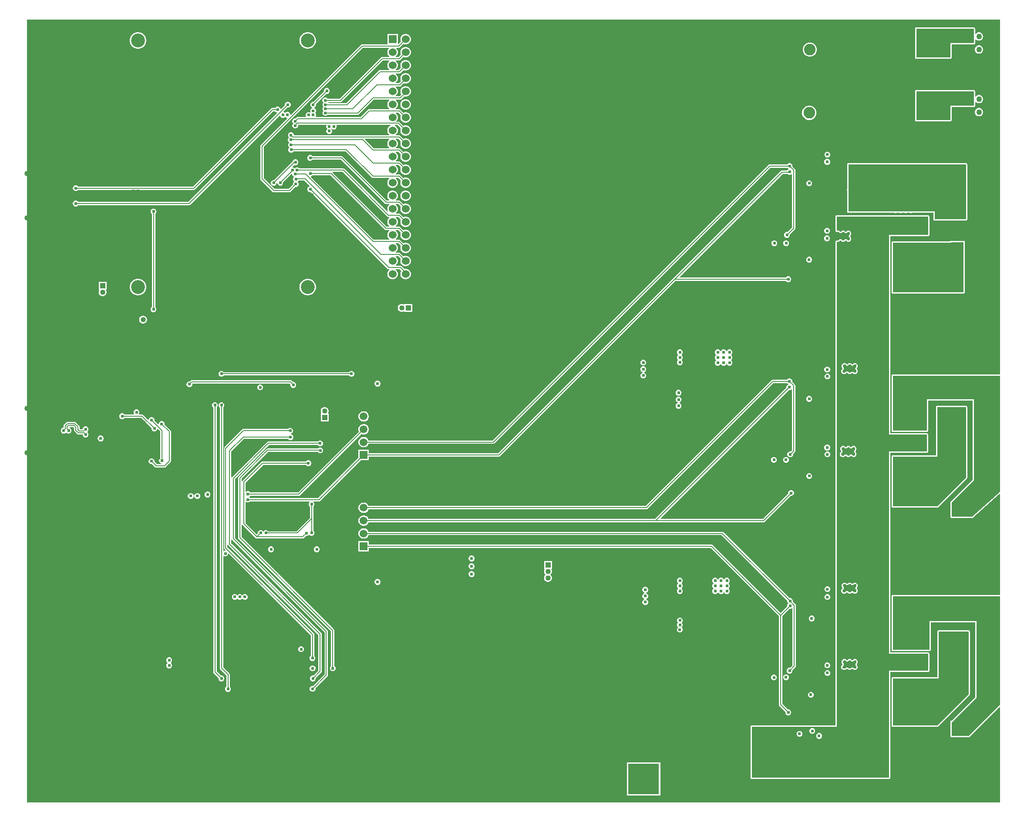
<source format=gbl>
G04*
G04 #@! TF.GenerationSoftware,Altium Limited,Altium Designer,26.1.1 (7)*
G04*
G04 Layer_Physical_Order=4*
G04 Layer_Color=16711680*
%FSLAX25Y25*%
%MOIN*%
G70*
G04*
G04 #@! TF.SameCoordinates,3E101659-1531-44DD-BC6F-E1116C570119*
G04*
G04*
G04 #@! TF.FilePolarity,Positive*
G04*
G01*
G75*
%ADD13C,0.00600*%
%ADD101C,0.05400*%
G04:AMPARAMS|DCode=117|XSize=39.37mil|YSize=70.87mil|CornerRadius=19.68mil|HoleSize=0mil|Usage=FLASHONLY|Rotation=270.000|XOffset=0mil|YOffset=0mil|HoleType=Round|Shape=RoundedRectangle|*
%AMROUNDEDRECTD117*
21,1,0.03937,0.03150,0,0,270.0*
21,1,0.00000,0.07087,0,0,270.0*
1,1,0.03937,-0.01575,0.00000*
1,1,0.03937,-0.01575,0.00000*
1,1,0.03937,0.01575,0.00000*
1,1,0.03937,0.01575,0.00000*
%
%ADD117ROUNDEDRECTD117*%
G04:AMPARAMS|DCode=118|XSize=39.37mil|YSize=86.61mil|CornerRadius=19.68mil|HoleSize=0mil|Usage=FLASHONLY|Rotation=270.000|XOffset=0mil|YOffset=0mil|HoleType=Round|Shape=RoundedRectangle|*
%AMROUNDEDRECTD118*
21,1,0.03937,0.04724,0,0,270.0*
21,1,0.00000,0.08661,0,0,270.0*
1,1,0.03937,-0.02362,0.00000*
1,1,0.03937,-0.02362,0.00000*
1,1,0.03937,0.02362,0.00000*
1,1,0.03937,0.02362,0.00000*
%
%ADD118ROUNDEDRECTD118*%
%ADD124C,0.05000*%
%ADD129C,0.00603*%
%ADD130C,0.20000*%
%ADD132C,0.10630*%
%ADD133C,0.04331*%
%ADD134C,0.06496*%
%ADD135R,0.06496X0.06496*%
%ADD136C,0.06000*%
%ADD137R,0.06000X0.06000*%
%ADD138R,0.09449X0.09449*%
%ADD139C,0.09449*%
%ADD140C,0.08858*%
%ADD141C,0.23622*%
%ADD142R,0.23622X0.23622*%
%ADD143C,0.04000*%
%ADD144R,0.04000X0.04000*%
%ADD145C,0.05937*%
%ADD146R,0.05937X0.05937*%
%ADD147C,0.01575*%
%ADD148R,0.04000X0.04000*%
%ADD149C,0.02400*%
G36*
X810000Y413155D02*
X788948Y394000D01*
X773042D01*
Y405042D01*
X790000Y422000D01*
X790000Y484000D01*
X754000D01*
Y460000D01*
X728000D01*
Y502000D01*
X810000D01*
Y413155D01*
D02*
G37*
G36*
Y250000D02*
X786000Y226000D01*
X773121D01*
Y236303D01*
X792000Y255183D01*
Y314000D01*
X756000D01*
Y292000D01*
X728000D01*
Y333055D01*
X810000D01*
Y250000D01*
D02*
G37*
G36*
Y503020D02*
X728000D01*
X727610Y502942D01*
X727279Y502721D01*
X727058Y502390D01*
X726980Y502000D01*
Y460000D01*
X727058Y459610D01*
X727279Y459279D01*
X727610Y459058D01*
X728000Y458980D01*
X754000D01*
X754390Y459058D01*
X754721Y459279D01*
X754942Y459610D01*
X755020Y460000D01*
Y482980D01*
X788980D01*
X788980Y422422D01*
X772321Y405763D01*
X772295Y405724D01*
X772276D01*
Y405695D01*
X772100Y405432D01*
X772022Y405042D01*
Y394000D01*
X772100Y393610D01*
X772321Y393279D01*
X772652Y393058D01*
X773042Y392980D01*
X788948D01*
X789120Y393015D01*
X789293Y393041D01*
X789314Y393053D01*
X789338Y393058D01*
X789484Y393155D01*
X789634Y393246D01*
X809543Y411360D01*
X810000Y411158D01*
Y334075D01*
X728000D01*
X727610Y333997D01*
X727279Y333776D01*
X727058Y333445D01*
X726980Y333055D01*
Y292000D01*
X727058Y291610D01*
X727279Y291279D01*
X727610Y291058D01*
X728000Y290980D01*
X756000D01*
X756390Y291058D01*
X756721Y291279D01*
X756942Y291610D01*
X757020Y292000D01*
Y312980D01*
X790980D01*
Y255605D01*
X773100Y237724D01*
X772276D01*
Y236839D01*
X772179Y236694D01*
X772101Y236303D01*
Y226000D01*
X772179Y225610D01*
X772400Y225279D01*
X772730Y225058D01*
X773121Y224980D01*
X786000D01*
X786390Y225058D01*
X786721Y225279D01*
X809538Y248096D01*
X810000Y247905D01*
Y175000D01*
X65000D01*
Y775000D01*
X810000D01*
Y503020D01*
D02*
G37*
%LPC*%
G36*
X790000Y769020D02*
X746000D01*
X745610Y768942D01*
X745279Y768721D01*
X745058Y768390D01*
X744980Y768000D01*
Y746000D01*
X745058Y745610D01*
X745279Y745279D01*
X745610Y745058D01*
X746000Y744980D01*
X772000D01*
X772390Y745058D01*
X772721Y745279D01*
X772942Y745610D01*
X773020Y746000D01*
Y756033D01*
X790000Y756033D01*
X790390Y756111D01*
X790721Y756332D01*
X790942Y756663D01*
X791020Y757053D01*
Y759831D01*
X791297Y759971D01*
X791520Y760004D01*
X792056Y759467D01*
X792778Y759050D01*
X793583Y758835D01*
X794417D01*
X795222Y759050D01*
X795944Y759467D01*
X796533Y760056D01*
X796950Y760778D01*
X797165Y761583D01*
Y762417D01*
X796950Y763222D01*
X796533Y763944D01*
X795944Y764533D01*
X795222Y764950D01*
X794417Y765165D01*
X793583D01*
X792778Y764950D01*
X792056Y764533D01*
X791520Y763996D01*
X791297Y764029D01*
X791020Y764169D01*
Y768000D01*
X790942Y768390D01*
X790721Y768721D01*
X790390Y768942D01*
X790000Y769020D01*
D02*
G37*
G36*
X355527Y764000D02*
X354473D01*
X353456Y763727D01*
X352544Y763201D01*
X351799Y762456D01*
X351273Y761544D01*
X351000Y760527D01*
Y759473D01*
X351273Y758456D01*
X351386Y758260D01*
X349500Y756375D01*
X349000Y756582D01*
Y764000D01*
X341000D01*
Y756004D01*
X321679D01*
X321679Y756004D01*
X321172Y755903D01*
X320742Y755616D01*
X267162Y702036D01*
X266700Y702228D01*
Y702438D01*
X266365Y703246D01*
X265746Y703865D01*
X264938Y704200D01*
X264062D01*
X263254Y703865D01*
X262750Y703361D01*
X262356Y703755D01*
X261706Y704024D01*
X261526Y704552D01*
X264475Y707500D01*
X265238D01*
X266046Y707835D01*
X266665Y708454D01*
X267000Y709262D01*
Y710138D01*
X266665Y710946D01*
X266046Y711565D01*
X265238Y711900D01*
X264362D01*
X263554Y711565D01*
X262935Y710946D01*
X262600Y710138D01*
Y709375D01*
X259662Y706436D01*
X259128Y706610D01*
X258865Y707246D01*
X258246Y707865D01*
X257438Y708200D01*
X256562D01*
X255754Y707865D01*
X255214Y707326D01*
X253000D01*
X252493Y707225D01*
X252063Y706937D01*
X192251Y647125D01*
X104286D01*
X103746Y647665D01*
X102938Y648000D01*
X102062D01*
X101254Y647665D01*
X100635Y647046D01*
X100300Y646238D01*
Y645362D01*
X100635Y644554D01*
X101254Y643935D01*
X102062Y643600D01*
X102938D01*
X103746Y643935D01*
X104286Y644475D01*
X192800D01*
X193307Y644575D01*
X193737Y644863D01*
X253549Y704674D01*
X255214D01*
X255754Y704135D01*
X256390Y703871D01*
X256564Y703338D01*
X188551Y635325D01*
X104286D01*
X103746Y635865D01*
X102938Y636200D01*
X102062D01*
X101254Y635865D01*
X100635Y635246D01*
X100300Y634438D01*
Y633562D01*
X100635Y632754D01*
X101254Y632135D01*
X102062Y631800D01*
X102938D01*
X103746Y632135D01*
X104286Y632675D01*
X189100D01*
X189607Y632775D01*
X190037Y633063D01*
X258448Y701474D01*
X258976Y701294D01*
X259245Y700644D01*
X259864Y700025D01*
X260673Y699690D01*
X261548D01*
X262356Y700025D01*
X262860Y700528D01*
X263254Y700135D01*
X264062Y699800D01*
X264272D01*
X264464Y699338D01*
X244063Y678937D01*
X243775Y678507D01*
X243674Y678000D01*
Y653000D01*
X243775Y652493D01*
X244063Y652063D01*
X253063Y643063D01*
X253493Y642775D01*
X254000Y642674D01*
X266000D01*
X266507Y642775D01*
X266937Y643063D01*
X270574Y646700D01*
X271338D01*
X272146Y647035D01*
X272765Y647654D01*
X273100Y648462D01*
Y649338D01*
X272765Y650146D01*
X272580Y650332D01*
X272591Y650980D01*
X272965Y651354D01*
X273098Y651675D01*
X277451D01*
X281464Y647662D01*
X281319Y647099D01*
X280754Y646865D01*
X280135Y646246D01*
X279800Y645438D01*
Y644562D01*
X280135Y643754D01*
X280754Y643135D01*
X281562Y642800D01*
X282326D01*
X341063Y584063D01*
X341493Y583775D01*
X342000Y583674D01*
X342417D01*
X342505Y583347D01*
X342518Y583175D01*
X341799Y582456D01*
X341273Y581544D01*
X341000Y580527D01*
Y579473D01*
X341273Y578456D01*
X341799Y577544D01*
X342544Y576799D01*
X343456Y576273D01*
X344473Y576000D01*
X345527D01*
X346544Y576273D01*
X347456Y576799D01*
X348201Y577544D01*
X348727Y578456D01*
X349000Y579473D01*
Y580527D01*
X348727Y581544D01*
X348201Y582456D01*
X347482Y583175D01*
X347495Y583347D01*
X347583Y583674D01*
X350451D01*
X351752Y582374D01*
X351273Y581544D01*
X351000Y580527D01*
Y579473D01*
X351273Y578456D01*
X351799Y577544D01*
X352544Y576799D01*
X353456Y576273D01*
X354473Y576000D01*
X355527D01*
X356544Y576273D01*
X357456Y576799D01*
X358201Y577544D01*
X358727Y578456D01*
X359000Y579473D01*
Y580527D01*
X358727Y581544D01*
X358201Y582456D01*
X357456Y583201D01*
X356544Y583727D01*
X355527Y584000D01*
X354473D01*
X354001Y583873D01*
X351937Y585937D01*
X351507Y586225D01*
X351000Y586326D01*
X347583D01*
X347495Y586654D01*
X347482Y586826D01*
X348201Y587544D01*
X348727Y588456D01*
X349000Y589473D01*
Y590527D01*
X348727Y591544D01*
X348201Y592456D01*
X347482Y593175D01*
X347495Y593347D01*
X347583Y593675D01*
X349451D01*
X351386Y591740D01*
X351273Y591544D01*
X351000Y590527D01*
Y589473D01*
X351273Y588456D01*
X351799Y587544D01*
X352544Y586799D01*
X353456Y586273D01*
X354473Y586000D01*
X355527D01*
X356544Y586273D01*
X357456Y586799D01*
X358201Y587544D01*
X358727Y588456D01*
X359000Y589473D01*
Y590527D01*
X358727Y591544D01*
X358201Y592456D01*
X357456Y593201D01*
X356544Y593727D01*
X355527Y594000D01*
X354473D01*
X353456Y593727D01*
X353260Y593614D01*
X350937Y595937D01*
X350507Y596225D01*
X350000Y596325D01*
X347583D01*
X347495Y596654D01*
X347482Y596826D01*
X348201Y597544D01*
X348727Y598456D01*
X349000Y599473D01*
Y600527D01*
X348727Y601544D01*
X348201Y602456D01*
X347482Y603174D01*
X347495Y603346D01*
X347583Y603675D01*
X349451D01*
X351386Y601740D01*
X351273Y601544D01*
X351000Y600527D01*
Y599473D01*
X351273Y598456D01*
X351799Y597544D01*
X352544Y596799D01*
X353456Y596273D01*
X354473Y596000D01*
X355527D01*
X356544Y596273D01*
X357456Y596799D01*
X358201Y597544D01*
X358727Y598456D01*
X359000Y599473D01*
Y600527D01*
X358727Y601544D01*
X358201Y602456D01*
X357456Y603201D01*
X356544Y603727D01*
X355527Y604000D01*
X354473D01*
X353456Y603727D01*
X353260Y603614D01*
X350937Y605937D01*
X350507Y606225D01*
X350000Y606325D01*
X347583D01*
X347495Y606653D01*
X347482Y606825D01*
X348201Y607544D01*
X348727Y608456D01*
X349000Y609473D01*
Y610527D01*
X348727Y611544D01*
X348201Y612456D01*
X347482Y613174D01*
X347495Y613346D01*
X347583Y613674D01*
X349451D01*
X351386Y611740D01*
X351273Y611544D01*
X351000Y610527D01*
Y609473D01*
X351273Y608456D01*
X351799Y607544D01*
X352544Y606799D01*
X353456Y606273D01*
X354473Y606000D01*
X355527D01*
X356544Y606273D01*
X357456Y606799D01*
X358201Y607544D01*
X358727Y608456D01*
X359000Y609473D01*
Y610527D01*
X358727Y611544D01*
X358201Y612456D01*
X357456Y613201D01*
X356544Y613727D01*
X355527Y614000D01*
X354473D01*
X353456Y613727D01*
X353260Y613614D01*
X350937Y615937D01*
X350507Y616225D01*
X350000Y616326D01*
X347583D01*
X347495Y616653D01*
X347482Y616825D01*
X348201Y617544D01*
X348727Y618456D01*
X349000Y619473D01*
Y620527D01*
X348727Y621544D01*
X348201Y622456D01*
X347482Y623174D01*
X347495Y623347D01*
X347583Y623674D01*
X349451D01*
X351386Y621740D01*
X351273Y621544D01*
X351000Y620527D01*
Y619473D01*
X351273Y618456D01*
X351799Y617544D01*
X352544Y616799D01*
X353456Y616273D01*
X354473Y616000D01*
X355527D01*
X356544Y616273D01*
X357456Y616799D01*
X358201Y617544D01*
X358727Y618456D01*
X359000Y619473D01*
Y620527D01*
X358727Y621544D01*
X358201Y622456D01*
X357456Y623201D01*
X356544Y623727D01*
X355527Y624000D01*
X354473D01*
X353456Y623727D01*
X353260Y623614D01*
X350937Y625937D01*
X350507Y626225D01*
X350000Y626326D01*
X347583D01*
X347495Y626653D01*
X347482Y626826D01*
X348201Y627544D01*
X348727Y628456D01*
X349000Y629473D01*
Y630527D01*
X348727Y631544D01*
X348201Y632456D01*
X347482Y633175D01*
X347495Y633347D01*
X347583Y633674D01*
X349451D01*
X351386Y631740D01*
X351273Y631544D01*
X351000Y630527D01*
Y629473D01*
X351273Y628456D01*
X351799Y627544D01*
X352544Y626799D01*
X353456Y626273D01*
X354473Y626000D01*
X355527D01*
X356544Y626273D01*
X357456Y626799D01*
X358201Y627544D01*
X358727Y628456D01*
X359000Y629473D01*
Y630527D01*
X358727Y631544D01*
X358201Y632456D01*
X357456Y633201D01*
X356544Y633727D01*
X355527Y634000D01*
X354473D01*
X353456Y633727D01*
X353260Y633614D01*
X350937Y635937D01*
X350507Y636225D01*
X350000Y636326D01*
X347583D01*
X347495Y636654D01*
X347482Y636826D01*
X348201Y637544D01*
X348727Y638456D01*
X349000Y639473D01*
Y640527D01*
X348727Y641544D01*
X348201Y642456D01*
X347456Y643201D01*
X346544Y643727D01*
X345527Y644000D01*
X344473D01*
X343456Y643727D01*
X342544Y643201D01*
X341799Y642456D01*
X341273Y641544D01*
X341000Y640527D01*
Y639473D01*
X341273Y638456D01*
X341799Y637544D01*
X342518Y636826D01*
X342505Y636654D01*
X342417Y636326D01*
X340549D01*
X306937Y669937D01*
X306507Y670225D01*
X306000Y670326D01*
X283786D01*
X283246Y670865D01*
X282438Y671200D01*
X281562D01*
X280754Y670865D01*
X280135Y670246D01*
X279800Y669438D01*
Y668562D01*
X280135Y667754D01*
X280754Y667135D01*
X281562Y666800D01*
X282438D01*
X283246Y667135D01*
X283786Y667674D01*
X305451D01*
X339063Y634063D01*
X339493Y633775D01*
X340000Y633674D01*
X342417D01*
X342505Y633347D01*
X342518Y633175D01*
X341799Y632456D01*
X341273Y631544D01*
X341000Y630527D01*
Y629473D01*
X341273Y628456D01*
X341519Y628029D01*
X341119Y627722D01*
X308304Y660537D01*
X307874Y660825D01*
X307366Y660925D01*
X273686D01*
X273146Y661465D01*
X272338Y661800D01*
X271462D01*
X270654Y661465D01*
X270200Y661011D01*
X269746Y661465D01*
X268938Y661800D01*
X268582D01*
X268374Y662300D01*
X269745Y663671D01*
X270232Y663469D01*
X271107D01*
X271916Y663804D01*
X272534Y664423D01*
X272869Y665232D01*
Y666107D01*
X272534Y666916D01*
X271916Y667534D01*
X271107Y667869D01*
X270232D01*
X269423Y667534D01*
X268804Y666916D01*
X268495Y666170D01*
X254426Y652100D01*
X253662D01*
X252854Y651765D01*
X252235Y651146D01*
X251900Y650338D01*
Y649462D01*
X252235Y648654D01*
X252854Y648035D01*
X253662Y647700D01*
X254538D01*
X255346Y648035D01*
X255965Y648654D01*
X256300Y649462D01*
Y649826D01*
X256400Y649893D01*
X256900Y649625D01*
Y649562D01*
X257235Y648754D01*
X257854Y648135D01*
X258662Y647800D01*
X259538D01*
X260346Y648135D01*
X260965Y648754D01*
X261300Y649562D01*
Y650325D01*
X267800Y656825D01*
X268300Y656618D01*
Y656062D01*
X268635Y655254D01*
X269254Y654635D01*
X269382Y654582D01*
X269480Y654091D01*
X269235Y653846D01*
X268900Y653038D01*
Y652162D01*
X269235Y651354D01*
X269420Y651168D01*
X269409Y650520D01*
X269035Y650146D01*
X268700Y649338D01*
Y648574D01*
X265451Y645326D01*
X254549D01*
X246325Y653549D01*
Y677451D01*
X322228Y753354D01*
X341989D01*
X342197Y752853D01*
X341799Y752456D01*
X341273Y751544D01*
X341000Y750527D01*
Y749473D01*
X341273Y748456D01*
X341799Y747544D01*
X342518Y746826D01*
X342505Y746654D01*
X342417Y746325D01*
X337000D01*
X336493Y746225D01*
X336063Y745937D01*
X304451Y714326D01*
X295286D01*
X294746Y714865D01*
X293938Y715200D01*
X293062D01*
X292254Y714865D01*
X291635Y714246D01*
X291300Y713438D01*
Y712562D01*
X291635Y711754D01*
X292039Y711350D01*
X291735Y711046D01*
X291400Y710238D01*
Y709362D01*
X291735Y708554D01*
X292089Y708200D01*
X291735Y707846D01*
X291400Y707038D01*
Y706162D01*
X291735Y705354D01*
X292089Y705000D01*
X291735Y704646D01*
X291400Y703838D01*
Y702962D01*
X291735Y702154D01*
X292354Y701535D01*
X293162Y701200D01*
X294038D01*
X294846Y701535D01*
X295386Y702074D01*
X318400D01*
X318907Y702175D01*
X319337Y702463D01*
X330549Y713674D01*
X342417D01*
X342505Y713346D01*
X342518Y713174D01*
X341799Y712456D01*
X341273Y711544D01*
X341000Y710527D01*
Y709473D01*
X341273Y708456D01*
X341799Y707544D01*
X342518Y706825D01*
X342505Y706653D01*
X342417Y706325D01*
X327000D01*
X326493Y706225D01*
X326063Y705937D01*
X320451Y700325D01*
X286371D01*
X286128Y700826D01*
X286400Y701481D01*
Y702356D01*
X286065Y703165D01*
X285721Y703510D01*
X286065Y703854D01*
X286400Y704662D01*
Y705538D01*
X286065Y706346D01*
X285446Y706965D01*
X285100Y707109D01*
Y707650D01*
X285546Y707835D01*
X286165Y708454D01*
X286500Y709262D01*
Y710138D01*
X286474Y710200D01*
X294374Y718100D01*
X295138D01*
X295946Y718435D01*
X296565Y719054D01*
X296900Y719862D01*
Y720738D01*
X296565Y721546D01*
X295946Y722165D01*
X295138Y722500D01*
X294262D01*
X293454Y722165D01*
X292835Y721546D01*
X292500Y720738D01*
Y719975D01*
X284425Y711900D01*
X283862D01*
X283054Y711565D01*
X282435Y710946D01*
X282100Y710138D01*
Y709262D01*
X282435Y708454D01*
X283054Y707835D01*
X283401Y707691D01*
Y707150D01*
X282954Y706965D01*
X282335Y706346D01*
X282000Y705538D01*
Y704662D01*
X282210Y704156D01*
X282206Y704150D01*
X281806Y703823D01*
X281138Y704100D01*
X280262D01*
X279454Y703765D01*
X278835Y703146D01*
X278500Y702338D01*
Y701462D01*
X278764Y700826D01*
X278510Y700325D01*
X272500D01*
X271993Y700225D01*
X271563Y699937D01*
X270826Y699200D01*
X270062D01*
X269254Y698865D01*
X268635Y698246D01*
X268300Y697438D01*
Y696562D01*
X268635Y695754D01*
X268989Y695400D01*
X268635Y695046D01*
X268300Y694238D01*
Y693362D01*
X268635Y692554D01*
X269254Y691935D01*
X270062Y691600D01*
X270938D01*
X271746Y691935D01*
X272365Y692554D01*
X272700Y693362D01*
Y694126D01*
X272749Y694174D01*
X294155D01*
X294433Y693759D01*
X294300Y693438D01*
Y692562D01*
X294635Y691754D01*
X295139Y691250D01*
X294635Y690746D01*
X294300Y689938D01*
Y689062D01*
X294635Y688254D01*
X295254Y687635D01*
X296062Y687300D01*
X296938D01*
X297746Y687635D01*
X298365Y688254D01*
X298700Y689062D01*
Y689938D01*
X298365Y690746D01*
X297861Y691250D01*
X298250Y691639D01*
X298754Y691135D01*
X299562Y690800D01*
X300438D01*
X301246Y691135D01*
X301865Y691754D01*
X302200Y692562D01*
Y693438D01*
X302067Y693759D01*
X302345Y694174D01*
X343280D01*
X343325Y694060D01*
X343365Y693675D01*
X342544Y693201D01*
X341799Y692456D01*
X341273Y691544D01*
X341000Y690527D01*
Y689473D01*
X341273Y688456D01*
X341799Y687544D01*
X342518Y686826D01*
X342505Y686654D01*
X342417Y686326D01*
X269400D01*
Y686838D01*
X269065Y687646D01*
X268446Y688265D01*
X267638Y688600D01*
X266762D01*
X265954Y688265D01*
X265335Y687646D01*
X265000Y686838D01*
Y685962D01*
X265335Y685154D01*
X265739Y684750D01*
X265135Y684146D01*
X264800Y683338D01*
Y682462D01*
X265135Y681654D01*
X265662Y681127D01*
X265752Y681015D01*
X265703Y680515D01*
X265335Y680146D01*
X265000Y679338D01*
Y678462D01*
X265335Y677654D01*
X265709Y677280D01*
X265720Y676632D01*
X265535Y676446D01*
X265200Y675638D01*
Y674762D01*
X265535Y673954D01*
X266154Y673335D01*
X266962Y673000D01*
X267838D01*
X268646Y673335D01*
X269265Y673954D01*
X269315Y674075D01*
X309051D01*
X329063Y654063D01*
X329493Y653775D01*
X330000Y653675D01*
X342417D01*
X342505Y653346D01*
X342518Y653174D01*
X341799Y652456D01*
X341273Y651544D01*
X341000Y650527D01*
Y649473D01*
X341273Y648456D01*
X341799Y647544D01*
X342544Y646799D01*
X343456Y646273D01*
X344473Y646000D01*
X345527D01*
X346544Y646273D01*
X347456Y646799D01*
X348201Y647544D01*
X348727Y648456D01*
X349000Y649473D01*
Y650527D01*
X348727Y651544D01*
X348201Y652456D01*
X347482Y653174D01*
X347495Y653346D01*
X347583Y653675D01*
X349451D01*
X351386Y651740D01*
X351273Y651544D01*
X351000Y650527D01*
Y649473D01*
X351273Y648456D01*
X351799Y647544D01*
X352544Y646799D01*
X353456Y646273D01*
X354473Y646000D01*
X355527D01*
X356544Y646273D01*
X357456Y646799D01*
X358201Y647544D01*
X358727Y648456D01*
X359000Y649473D01*
Y650527D01*
X358727Y651544D01*
X358201Y652456D01*
X357456Y653201D01*
X356544Y653727D01*
X355527Y654000D01*
X354473D01*
X353456Y653727D01*
X353260Y653614D01*
X350937Y655937D01*
X350507Y656225D01*
X350000Y656325D01*
X347583D01*
X347495Y656653D01*
X347482Y656825D01*
X348201Y657544D01*
X348727Y658456D01*
X349000Y659473D01*
Y660527D01*
X348727Y661544D01*
X348201Y662456D01*
X347482Y663174D01*
X347495Y663346D01*
X347583Y663674D01*
X349451D01*
X351386Y661740D01*
X351273Y661544D01*
X351000Y660527D01*
Y659473D01*
X351273Y658456D01*
X351799Y657544D01*
X352544Y656799D01*
X353456Y656273D01*
X354473Y656000D01*
X355527D01*
X356544Y656273D01*
X357456Y656799D01*
X358201Y657544D01*
X358727Y658456D01*
X359000Y659473D01*
Y660527D01*
X358727Y661544D01*
X358201Y662456D01*
X357456Y663201D01*
X356544Y663727D01*
X355527Y664000D01*
X354473D01*
X353456Y663727D01*
X353260Y663614D01*
X350937Y665937D01*
X350507Y666225D01*
X350000Y666326D01*
X347583D01*
X347495Y666653D01*
X347482Y666825D01*
X348201Y667544D01*
X348727Y668456D01*
X349000Y669473D01*
Y670527D01*
X348727Y671544D01*
X348201Y672456D01*
X347482Y673174D01*
X347495Y673347D01*
X347583Y673674D01*
X349451D01*
X351386Y671740D01*
X351273Y671544D01*
X351000Y670527D01*
Y669473D01*
X351273Y668456D01*
X351799Y667544D01*
X352544Y666799D01*
X353456Y666273D01*
X354473Y666000D01*
X355527D01*
X356544Y666273D01*
X357456Y666799D01*
X358201Y667544D01*
X358727Y668456D01*
X359000Y669473D01*
Y670527D01*
X358727Y671544D01*
X358201Y672456D01*
X357456Y673201D01*
X356544Y673727D01*
X355527Y674000D01*
X354473D01*
X353456Y673727D01*
X353260Y673614D01*
X350937Y675937D01*
X350507Y676225D01*
X350000Y676326D01*
X347583D01*
X347495Y676653D01*
X347482Y676826D01*
X348201Y677544D01*
X348727Y678456D01*
X349000Y679473D01*
Y680527D01*
X348727Y681544D01*
X348201Y682456D01*
X347482Y683175D01*
X347495Y683347D01*
X347583Y683674D01*
X349451D01*
X351386Y681740D01*
X351273Y681544D01*
X351000Y680527D01*
Y679473D01*
X351273Y678456D01*
X351799Y677544D01*
X352544Y676799D01*
X353456Y676273D01*
X354473Y676000D01*
X355527D01*
X356544Y676273D01*
X357456Y676799D01*
X358201Y677544D01*
X358727Y678456D01*
X359000Y679473D01*
Y680527D01*
X358727Y681544D01*
X358201Y682456D01*
X357456Y683201D01*
X356544Y683727D01*
X355527Y684000D01*
X354473D01*
X353456Y683727D01*
X353260Y683614D01*
X350937Y685937D01*
X350507Y686225D01*
X350000Y686326D01*
X347583D01*
X347495Y686654D01*
X347482Y686826D01*
X348201Y687544D01*
X348727Y688456D01*
X349000Y689473D01*
Y690527D01*
X348727Y691544D01*
X348201Y692456D01*
X347456Y693201D01*
X346636Y693675D01*
X346675Y694060D01*
X346720Y694174D01*
X348951D01*
X351386Y691740D01*
X351273Y691544D01*
X351000Y690527D01*
Y689473D01*
X351273Y688456D01*
X351799Y687544D01*
X352544Y686799D01*
X353456Y686273D01*
X354473Y686000D01*
X355527D01*
X356544Y686273D01*
X357456Y686799D01*
X358201Y687544D01*
X358727Y688456D01*
X359000Y689473D01*
Y690527D01*
X358727Y691544D01*
X358201Y692456D01*
X357456Y693201D01*
X356544Y693727D01*
X355527Y694000D01*
X354473D01*
X353456Y693727D01*
X353260Y693614D01*
X350437Y696437D01*
X350007Y696725D01*
X349500Y696826D01*
X348136D01*
X347944Y697287D01*
X348201Y697544D01*
X348727Y698456D01*
X349000Y699473D01*
Y700527D01*
X348727Y701544D01*
X348201Y702456D01*
X347482Y703174D01*
X347495Y703346D01*
X347583Y703675D01*
X349451D01*
X351386Y701740D01*
X351273Y701544D01*
X351000Y700527D01*
Y699473D01*
X351273Y698456D01*
X351799Y697544D01*
X352544Y696799D01*
X353456Y696273D01*
X354473Y696000D01*
X355527D01*
X356544Y696273D01*
X357456Y696799D01*
X358201Y697544D01*
X358727Y698456D01*
X359000Y699473D01*
Y700527D01*
X358727Y701544D01*
X358201Y702456D01*
X357456Y703201D01*
X356544Y703727D01*
X355527Y704000D01*
X354473D01*
X353456Y703727D01*
X353260Y703614D01*
X350937Y705937D01*
X350507Y706225D01*
X350000Y706325D01*
X347583D01*
X347495Y706653D01*
X347482Y706825D01*
X348201Y707544D01*
X348727Y708456D01*
X349000Y709473D01*
Y710527D01*
X348727Y711544D01*
X348201Y712456D01*
X347482Y713174D01*
X347495Y713346D01*
X347583Y713674D01*
X350900D01*
X351407Y713775D01*
X351837Y714063D01*
X353922Y716148D01*
X354473Y716000D01*
X355527D01*
X356544Y716273D01*
X357456Y716799D01*
X358201Y717544D01*
X358727Y718456D01*
X359000Y719473D01*
Y720527D01*
X358727Y721544D01*
X358201Y722456D01*
X357456Y723201D01*
X356544Y723727D01*
X355527Y724000D01*
X354473D01*
X353456Y723727D01*
X352544Y723201D01*
X351799Y722456D01*
X351273Y721544D01*
X351000Y720527D01*
Y719473D01*
X351273Y718456D01*
X351715Y717690D01*
X350351Y716326D01*
X347583D01*
X347495Y716653D01*
X347482Y716825D01*
X348201Y717544D01*
X348727Y718456D01*
X349000Y719473D01*
Y720527D01*
X348727Y721544D01*
X348201Y722456D01*
X347482Y723174D01*
X347495Y723347D01*
X347583Y723674D01*
X350500D01*
X351007Y723775D01*
X351437Y724063D01*
X353607Y726232D01*
X354473Y726000D01*
X355527D01*
X356544Y726273D01*
X357456Y726799D01*
X358201Y727544D01*
X358727Y728456D01*
X359000Y729473D01*
Y730527D01*
X358727Y731544D01*
X358201Y732456D01*
X357456Y733201D01*
X356544Y733727D01*
X355527Y734000D01*
X354473D01*
X353456Y733727D01*
X352544Y733201D01*
X351799Y732456D01*
X351273Y731544D01*
X351000Y730527D01*
Y729473D01*
X351273Y728456D01*
X351569Y727943D01*
X349951Y726326D01*
X347583D01*
X347495Y726653D01*
X347482Y726826D01*
X348201Y727544D01*
X348727Y728456D01*
X349000Y729473D01*
Y730527D01*
X348727Y731544D01*
X348201Y732456D01*
X347482Y733175D01*
X347495Y733347D01*
X347583Y733674D01*
X350100D01*
X350607Y733775D01*
X351037Y734063D01*
X353324Y736349D01*
X353456Y736273D01*
X354473Y736000D01*
X355527D01*
X356544Y736273D01*
X357456Y736799D01*
X358201Y737544D01*
X358727Y738456D01*
X359000Y739473D01*
Y740527D01*
X358727Y741544D01*
X358201Y742456D01*
X357456Y743201D01*
X356544Y743727D01*
X355527Y744000D01*
X354473D01*
X353456Y743727D01*
X352544Y743201D01*
X351799Y742456D01*
X351273Y741544D01*
X351000Y740527D01*
Y739473D01*
X351273Y738456D01*
X351422Y738197D01*
X349551Y736326D01*
X347583D01*
X347495Y736654D01*
X347482Y736826D01*
X348201Y737544D01*
X348727Y738456D01*
X349000Y739473D01*
Y740527D01*
X348727Y741544D01*
X348201Y742456D01*
X347482Y743175D01*
X347495Y743347D01*
X347583Y743675D01*
X350000D01*
X350507Y743775D01*
X350937Y744063D01*
X353260Y746386D01*
X353456Y746273D01*
X354473Y746000D01*
X355527D01*
X356544Y746273D01*
X357456Y746799D01*
X358201Y747544D01*
X358727Y748456D01*
X359000Y749473D01*
Y750527D01*
X358727Y751544D01*
X358201Y752456D01*
X357456Y753201D01*
X356544Y753727D01*
X355527Y754000D01*
X354473D01*
X353456Y753727D01*
X352544Y753201D01*
X351799Y752456D01*
X351273Y751544D01*
X351000Y750527D01*
Y749473D01*
X351273Y748456D01*
X351386Y748260D01*
X349451Y746325D01*
X347583D01*
X347495Y746654D01*
X347482Y746826D01*
X348201Y747544D01*
X348727Y748456D01*
X349000Y749473D01*
Y750527D01*
X348727Y751544D01*
X348201Y752456D01*
X347803Y752853D01*
X348010Y753354D01*
X349679D01*
X350186Y753454D01*
X350616Y753742D01*
X353260Y756386D01*
X353456Y756273D01*
X354473Y756000D01*
X355527D01*
X356544Y756273D01*
X357456Y756799D01*
X358201Y757544D01*
X358727Y758456D01*
X359000Y759473D01*
Y760527D01*
X358727Y761544D01*
X358201Y762456D01*
X357456Y763201D01*
X356544Y763727D01*
X355527Y764000D01*
D02*
G37*
G36*
X280622Y765291D02*
X279378D01*
X278158Y765049D01*
X277009Y764573D01*
X275974Y763881D01*
X275095Y763002D01*
X274404Y761968D01*
X273928Y760818D01*
X273685Y759598D01*
Y758354D01*
X273928Y757134D01*
X274404Y755985D01*
X275095Y754951D01*
X275974Y754071D01*
X277009Y753380D01*
X278158Y752904D01*
X279378Y752661D01*
X280622D01*
X281842Y752904D01*
X282991Y753380D01*
X284026Y754071D01*
X284905Y754951D01*
X285596Y755985D01*
X286072Y757134D01*
X286315Y758354D01*
Y759598D01*
X286072Y760818D01*
X285596Y761968D01*
X284905Y763002D01*
X284026Y763881D01*
X282991Y764573D01*
X281842Y765049D01*
X280622Y765291D01*
D02*
G37*
G36*
X150701D02*
X149457D01*
X148237Y765049D01*
X147088Y764573D01*
X146053Y763881D01*
X145174Y763002D01*
X144483Y761968D01*
X144007Y760818D01*
X143764Y759598D01*
Y758354D01*
X144007Y757134D01*
X144483Y755985D01*
X145174Y754951D01*
X146053Y754071D01*
X147088Y753380D01*
X148237Y752904D01*
X149457Y752661D01*
X150701D01*
X151921Y752904D01*
X153070Y753380D01*
X154104Y754071D01*
X154984Y754951D01*
X155675Y755985D01*
X156151Y757134D01*
X156394Y758354D01*
Y759598D01*
X156151Y760818D01*
X155675Y761968D01*
X154984Y763002D01*
X154104Y763881D01*
X153070Y764573D01*
X151921Y765049D01*
X150701Y765291D01*
D02*
G37*
G36*
X794417Y755165D02*
X793583D01*
X792778Y754950D01*
X792056Y754533D01*
X791467Y753944D01*
X791050Y753222D01*
X790835Y752417D01*
Y751583D01*
X791050Y750778D01*
X791467Y750056D01*
X792056Y749467D01*
X792778Y749050D01*
X793583Y748835D01*
X794417D01*
X795222Y749050D01*
X795944Y749467D01*
X796533Y750056D01*
X796950Y750778D01*
X797165Y751583D01*
Y752417D01*
X796950Y753222D01*
X796533Y753944D01*
X795944Y754533D01*
X795222Y754950D01*
X794417Y755165D01*
D02*
G37*
G36*
X665238Y757429D02*
X663809D01*
X662428Y757059D01*
X661190Y756344D01*
X660179Y755334D01*
X659465Y754096D01*
X659094Y752715D01*
Y751285D01*
X659465Y749904D01*
X660179Y748666D01*
X661190Y747656D01*
X662428Y746941D01*
X663809Y746571D01*
X665238D01*
X666619Y746941D01*
X667857Y747656D01*
X668868Y748666D01*
X669583Y749904D01*
X669953Y751285D01*
Y752715D01*
X669583Y754096D01*
X668868Y755334D01*
X667857Y756344D01*
X666619Y757059D01*
X665238Y757429D01*
D02*
G37*
G36*
X790000Y721020D02*
X746000D01*
X745610Y720942D01*
X745279Y720721D01*
X745058Y720390D01*
X744980Y720000D01*
Y698000D01*
X745058Y697610D01*
X745279Y697279D01*
X745610Y697058D01*
X746000Y696980D01*
X772000D01*
X772390Y697058D01*
X772721Y697279D01*
X772942Y697610D01*
X773020Y698000D01*
Y708033D01*
X790000Y708033D01*
X790390Y708111D01*
X790721Y708332D01*
X790942Y708663D01*
X791020Y709053D01*
Y711832D01*
X791297Y711971D01*
X791520Y712004D01*
X792056Y711467D01*
X792778Y711050D01*
X793583Y710835D01*
X794417D01*
X795222Y711050D01*
X795944Y711467D01*
X796533Y712056D01*
X796950Y712778D01*
X797165Y713583D01*
Y714417D01*
X796950Y715222D01*
X796533Y715944D01*
X795944Y716533D01*
X795222Y716950D01*
X794417Y717165D01*
X793583D01*
X792778Y716950D01*
X792056Y716533D01*
X791520Y715996D01*
X791297Y716029D01*
X791020Y716168D01*
Y720000D01*
X790942Y720390D01*
X790721Y720721D01*
X790390Y720942D01*
X790000Y721020D01*
D02*
G37*
G36*
X355527Y714000D02*
X354473D01*
X353456Y713727D01*
X352544Y713201D01*
X351799Y712456D01*
X351273Y711544D01*
X351000Y710527D01*
Y709473D01*
X351273Y708456D01*
X351799Y707544D01*
X352544Y706799D01*
X353456Y706273D01*
X354473Y706000D01*
X355527D01*
X356544Y706273D01*
X357456Y706799D01*
X358201Y707544D01*
X358727Y708456D01*
X359000Y709473D01*
Y710527D01*
X358727Y711544D01*
X358201Y712456D01*
X357456Y713201D01*
X356544Y713727D01*
X355527Y714000D01*
D02*
G37*
G36*
X794417Y707165D02*
X793583D01*
X792778Y706950D01*
X792056Y706533D01*
X791467Y705944D01*
X791050Y705222D01*
X790835Y704417D01*
Y703583D01*
X791050Y702778D01*
X791467Y702056D01*
X792056Y701467D01*
X792778Y701050D01*
X793583Y700835D01*
X794417D01*
X795222Y701050D01*
X795944Y701467D01*
X796533Y702056D01*
X796950Y702778D01*
X797165Y703583D01*
Y704417D01*
X796950Y705222D01*
X796533Y705944D01*
X795944Y706533D01*
X795222Y706950D01*
X794417Y707165D01*
D02*
G37*
G36*
X664738Y708929D02*
X663309D01*
X661928Y708559D01*
X660690Y707844D01*
X659679Y706834D01*
X658964Y705596D01*
X658595Y704215D01*
Y702785D01*
X658964Y701404D01*
X659679Y700166D01*
X660690Y699156D01*
X661928Y698441D01*
X663309Y698071D01*
X664738D01*
X666119Y698441D01*
X667357Y699156D01*
X668368Y700166D01*
X669083Y701404D01*
X669453Y702785D01*
Y704215D01*
X669083Y705596D01*
X668368Y706834D01*
X667357Y707844D01*
X666119Y708559D01*
X664738Y708929D01*
D02*
G37*
G36*
X678316Y673700D02*
X677441D01*
X676632Y673365D01*
X676014Y672746D01*
X675679Y671938D01*
Y671062D01*
X676014Y670254D01*
X676632Y669635D01*
X677441Y669300D01*
X678316D01*
X679125Y669635D01*
X679744Y670254D01*
X680079Y671062D01*
Y671938D01*
X679744Y672746D01*
X679125Y673365D01*
X678316Y673700D01*
D02*
G37*
G36*
X678238Y668200D02*
X677362D01*
X676554Y667865D01*
X675935Y667246D01*
X675600Y666438D01*
Y665562D01*
X675935Y664754D01*
X676554Y664135D01*
X677362Y663800D01*
X678238D01*
X679046Y664135D01*
X679665Y664754D01*
X680000Y665562D01*
Y666438D01*
X679665Y667246D01*
X679046Y667865D01*
X678238Y668200D01*
D02*
G37*
G36*
X664459Y651700D02*
X663584D01*
X662775Y651365D01*
X662156Y650746D01*
X661821Y649938D01*
Y649062D01*
X662156Y648254D01*
X662775Y647635D01*
X663584Y647300D01*
X664459D01*
X665268Y647635D01*
X665886Y648254D01*
X666221Y649062D01*
Y649938D01*
X665886Y650746D01*
X665268Y651365D01*
X664459Y651700D01*
D02*
G37*
G36*
X355527Y644000D02*
X354473D01*
X353456Y643727D01*
X352544Y643201D01*
X351799Y642456D01*
X351273Y641544D01*
X351000Y640527D01*
Y639473D01*
X351273Y638456D01*
X351799Y637544D01*
X352544Y636799D01*
X353456Y636273D01*
X354473Y636000D01*
X355527D01*
X356544Y636273D01*
X357456Y636799D01*
X358201Y637544D01*
X358727Y638456D01*
X359000Y639473D01*
Y640527D01*
X358727Y641544D01*
X358201Y642456D01*
X357456Y643201D01*
X356544Y643727D01*
X355527Y644000D01*
D02*
G37*
G36*
X784000Y665020D02*
X694000D01*
X693610Y664942D01*
X693279Y664721D01*
X693058Y664390D01*
X692980Y664000D01*
Y645132D01*
X692900Y644938D01*
Y644062D01*
X692980Y643868D01*
Y628000D01*
X693058Y627610D01*
X693279Y627279D01*
X693610Y627058D01*
X694000Y626980D01*
X729127D01*
X729562Y626800D01*
X730438D01*
X730873Y626980D01*
X733127D01*
X733562Y626800D01*
X734438D01*
X734873Y626980D01*
X737127D01*
X737562Y626800D01*
X738438D01*
X738873Y626980D01*
X741127D01*
X741562Y626800D01*
X742438D01*
X742873Y626980D01*
X758980D01*
Y622000D01*
X759058Y621610D01*
X759279Y621279D01*
X759610Y621058D01*
X760000Y620980D01*
X784000D01*
X784390Y621058D01*
X784721Y621279D01*
X784942Y621610D01*
X785020Y622000D01*
Y664000D01*
X784942Y664390D01*
X784721Y664721D01*
X784390Y664942D01*
X784000Y665020D01*
D02*
G37*
G36*
X678166Y615300D02*
X677291D01*
X676482Y614965D01*
X675864Y614346D01*
X675529Y613538D01*
Y612662D01*
X675864Y611854D01*
X676482Y611235D01*
X677291Y610900D01*
X678166D01*
X678975Y611235D01*
X679594Y611854D01*
X679929Y612662D01*
Y613538D01*
X679594Y614346D01*
X678975Y614965D01*
X678166Y615300D01*
D02*
G37*
G36*
X649445Y665007D02*
X648569D01*
X647761Y664672D01*
X647221Y664133D01*
X633694D01*
X633186Y664032D01*
X632756Y663744D01*
X421495Y452483D01*
X326686D01*
X326631Y452689D01*
X326109Y453594D01*
X325370Y454333D01*
X324465Y454855D01*
X323456Y455126D01*
X322411D01*
X321401Y454855D01*
X320496Y454333D01*
X319758Y453594D01*
X319235Y452689D01*
X318965Y451680D01*
Y450635D01*
X319235Y449626D01*
X319758Y448721D01*
X320496Y447982D01*
X321401Y447459D01*
X322411Y447189D01*
X323456D01*
X324465Y447459D01*
X325370Y447982D01*
X326109Y448721D01*
X326631Y449626D01*
X326686Y449832D01*
X422044D01*
X422551Y449933D01*
X422981Y450220D01*
X634243Y661482D01*
X647221D01*
X647761Y660942D01*
X648054Y660821D01*
Y660279D01*
X647761Y660158D01*
X647142Y659539D01*
X647102Y659442D01*
X643117D01*
X642609Y659341D01*
X642179Y659054D01*
X560063Y576937D01*
X425766Y442640D01*
X326902D01*
Y445284D01*
X318965D01*
Y439221D01*
X288101Y408358D01*
X236000D01*
X235460Y408897D01*
X235385Y408928D01*
Y409429D01*
X235504Y409478D01*
X236044Y410017D01*
X273276D01*
X273783Y410118D01*
X274213Y410406D01*
X321216Y457409D01*
X321401Y457302D01*
X322411Y457031D01*
X323456D01*
X324465Y457302D01*
X325370Y457824D01*
X326109Y458563D01*
X326631Y459468D01*
X326902Y460477D01*
Y461522D01*
X326631Y462532D01*
X326109Y463437D01*
X325370Y464176D01*
X324465Y464698D01*
X323456Y464968D01*
X322411D01*
X321401Y464698D01*
X320496Y464176D01*
X319758Y463437D01*
X319235Y462532D01*
X318965Y461522D01*
Y460477D01*
X319235Y459468D01*
X319342Y459283D01*
X272727Y412668D01*
X236044D01*
X235504Y413208D01*
X234696Y413543D01*
X233821D01*
X233012Y413208D01*
X232825Y413022D01*
X232326Y413229D01*
Y419951D01*
X246049Y433674D01*
X278714D01*
X279254Y433135D01*
X280062Y432800D01*
X280938D01*
X281746Y433135D01*
X282365Y433754D01*
X282700Y434562D01*
Y435438D01*
X282365Y436246D01*
X281746Y436865D01*
X280938Y437200D01*
X280062D01*
X279254Y436865D01*
X278714Y436326D01*
X245500D01*
X244993Y436225D01*
X244563Y435937D01*
X230063Y421437D01*
X229825Y421082D01*
X229506Y421102D01*
X229326Y421165D01*
Y423051D01*
X249797Y443523D01*
X287866D01*
X288454Y442935D01*
X289262Y442600D01*
X290138D01*
X290946Y442935D01*
X291565Y443554D01*
X291900Y444362D01*
Y445238D01*
X291565Y446046D01*
X290946Y446665D01*
X290138Y447000D01*
X289262D01*
X288454Y446665D01*
X287963Y446174D01*
X249248D01*
X248741Y446073D01*
X248311Y445786D01*
X227063Y424537D01*
X226775Y424107D01*
X226675Y423600D01*
Y378000D01*
X226775Y377493D01*
X227063Y377063D01*
X297886Y306240D01*
Y279597D01*
X297346Y279057D01*
X297011Y278249D01*
Y277373D01*
X297346Y276565D01*
X297965Y275946D01*
X298773Y275611D01*
X299649D01*
X300457Y275946D01*
X301076Y276565D01*
X301411Y277373D01*
Y278249D01*
X301076Y279057D01*
X300536Y279597D01*
Y306789D01*
X300436Y307296D01*
X300148Y307726D01*
X229326Y378549D01*
Y387835D01*
X229506Y387898D01*
X229825Y387918D01*
X230063Y387563D01*
X240063Y377563D01*
X240493Y377275D01*
X241000Y377174D01*
X276189D01*
X276696Y377275D01*
X277126Y377563D01*
X278769Y379205D01*
X279532D01*
X280341Y379540D01*
X280768Y379968D01*
X280995Y380145D01*
X281421Y379968D01*
X281754Y379635D01*
X282562Y379300D01*
X283438D01*
X284246Y379635D01*
X284865Y380254D01*
X285200Y381062D01*
Y381938D01*
X284865Y382746D01*
X284326Y383286D01*
Y392500D01*
Y401714D01*
X284865Y402254D01*
X285200Y403062D01*
Y403938D01*
X284865Y404746D01*
X284404Y405207D01*
X284612Y405707D01*
X288650D01*
X289158Y405808D01*
X289588Y406095D01*
X320839Y437347D01*
X326902D01*
Y439990D01*
X426315D01*
X426822Y440090D01*
X427252Y440378D01*
X561549Y574675D01*
X646214D01*
X646754Y574135D01*
X647562Y573800D01*
X648438D01*
X649246Y574135D01*
X649865Y574754D01*
X650200Y575562D01*
Y576438D01*
X649865Y577246D01*
X649246Y577865D01*
X648438Y578200D01*
X647562D01*
X646754Y577865D01*
X646214Y577325D01*
X564853D01*
X564662Y577787D01*
X643666Y656791D01*
X647398D01*
X647761Y656428D01*
X648569Y656093D01*
X649445D01*
X650175Y656395D01*
X650674Y656196D01*
Y615549D01*
X647326Y612200D01*
X646562D01*
X645754Y611865D01*
X645135Y611246D01*
X644800Y610438D01*
Y609562D01*
X645135Y608754D01*
X645754Y608135D01*
X646562Y607800D01*
X647438D01*
X648246Y608135D01*
X648865Y608754D01*
X649200Y609562D01*
Y610325D01*
X652937Y614063D01*
X653225Y614493D01*
X653326Y615000D01*
Y659814D01*
X653225Y660321D01*
X652937Y660751D01*
X651207Y662482D01*
Y663245D01*
X650872Y664053D01*
X650253Y664672D01*
X649445Y665007D01*
D02*
G37*
G36*
X755000Y625020D02*
X685000D01*
X684610Y624942D01*
X684279Y624721D01*
X684058Y624390D01*
X683980Y624000D01*
Y613417D01*
X684000Y613318D01*
Y613218D01*
X684038Y613125D01*
X684058Y613027D01*
X684114Y612943D01*
X684152Y612851D01*
X684223Y612780D01*
X684279Y612696D01*
X684363Y612640D01*
X684434Y612569D01*
X684849Y612291D01*
X684942Y612253D01*
X685026Y612197D01*
X685124Y612178D01*
X685217Y612139D01*
X685317D01*
X685416Y612120D01*
X685514Y612139D01*
X685615D01*
X685707Y612178D01*
X685721Y612180D01*
X686235D01*
X686669Y612001D01*
X686952Y611717D01*
X687117Y611607D01*
X687282Y611496D01*
X687609Y611361D01*
X687610Y611361D01*
X687611Y611360D01*
X687806Y611321D01*
X687999Y611283D01*
X688000Y611283D01*
X688001Y611283D01*
X688194Y611321D01*
X688389Y611360D01*
X688390Y611361D01*
X688391Y611361D01*
X688718Y611496D01*
X688883Y611607D01*
X689048Y611717D01*
X689331Y612001D01*
X689765Y612180D01*
X690235D01*
X690669Y612001D01*
X690952Y611717D01*
X691117Y611607D01*
X691282Y611496D01*
X691609Y611361D01*
X691610Y611361D01*
X691611Y611360D01*
X691806Y611321D01*
X691999Y611283D01*
X692000Y611283D01*
X692001Y611283D01*
X692194Y611321D01*
X692389Y611360D01*
X692390Y611361D01*
X692391Y611361D01*
X692718Y611496D01*
X692883Y611607D01*
X693048Y611717D01*
X693331Y612001D01*
X693765Y612180D01*
X694235D01*
X694669Y612001D01*
X695001Y611669D01*
X695180Y611235D01*
Y610765D01*
X695001Y610331D01*
X694717Y610048D01*
X694607Y609883D01*
X694496Y609718D01*
X694361Y609391D01*
X694360Y609390D01*
X694360Y609389D01*
X694321Y609194D01*
X694283Y609001D01*
X694283Y609000D01*
X694283Y608999D01*
X694321Y608806D01*
X694360Y608611D01*
X694360Y608610D01*
X694361Y608609D01*
X694496Y608282D01*
X694607Y608117D01*
X694717Y607952D01*
X695001Y607669D01*
X695180Y607235D01*
Y606765D01*
X695001Y606331D01*
X694669Y605999D01*
X694235Y605820D01*
X693765D01*
X693331Y605999D01*
X693048Y606283D01*
X692883Y606393D01*
X692718Y606504D01*
X692391Y606639D01*
X692390Y606639D01*
X692389Y606640D01*
X692194Y606679D01*
X692001Y606717D01*
X692000Y606717D01*
X691999Y606717D01*
X691806Y606679D01*
X691611Y606640D01*
X691610Y606639D01*
X691609Y606639D01*
X691282Y606504D01*
X691117Y606393D01*
X690952Y606283D01*
X690669Y605999D01*
X690235Y605820D01*
X689765D01*
X689331Y605999D01*
X688906Y606424D01*
X688781Y606508D01*
X688665Y606603D01*
X688617Y606618D01*
X688576Y606645D01*
X688428Y606675D01*
X688284Y606718D01*
X687998Y606746D01*
X687900Y606736D01*
X687802Y606746D01*
X687516Y606718D01*
X687372Y606675D01*
X687224Y606645D01*
X687183Y606618D01*
X687135Y606603D01*
X687019Y606508D01*
X686894Y606424D01*
X686469Y605999D01*
X686035Y605820D01*
X685362D01*
X685264Y605800D01*
X685163D01*
X685071Y605762D01*
X684972Y605742D01*
X684889Y605686D01*
X684796Y605648D01*
X684434Y605406D01*
X684363Y605335D01*
X684279Y605279D01*
X684223Y605195D01*
X684152Y605124D01*
X684114Y605031D01*
X684058Y604948D01*
X684038Y604849D01*
X684000Y604757D01*
Y604656D01*
X683980Y604558D01*
Y234020D01*
X620000D01*
X619610Y233942D01*
X619279Y233721D01*
X619058Y233390D01*
X618980Y233000D01*
Y194000D01*
X619058Y193610D01*
X619279Y193279D01*
X619610Y193058D01*
X620000Y192980D01*
X725000D01*
X725390Y193058D01*
X725721Y193279D01*
X725942Y193610D01*
X726020Y194000D01*
Y274980D01*
X755000D01*
X755390Y275058D01*
X755721Y275279D01*
X755942Y275610D01*
X756020Y276000D01*
Y289000D01*
X755942Y289390D01*
X755721Y289721D01*
X755390Y289942D01*
X755000Y290020D01*
X726020D01*
Y442980D01*
X754000D01*
X754390Y443058D01*
X754721Y443279D01*
X754942Y443610D01*
X755020Y444000D01*
Y457000D01*
X754942Y457390D01*
X754721Y457721D01*
X754390Y457942D01*
X754000Y458020D01*
X726020D01*
Y608980D01*
X755000D01*
X755390Y609058D01*
X755721Y609279D01*
X755942Y609610D01*
X756020Y610000D01*
Y624000D01*
X755942Y624390D01*
X755721Y624721D01*
X755390Y624942D01*
X755000Y625020D01*
D02*
G37*
G36*
X678138Y609500D02*
X677262D01*
X676454Y609165D01*
X675835Y608546D01*
X675500Y607738D01*
Y606862D01*
X675835Y606054D01*
X676454Y605435D01*
X677262Y605100D01*
X678138D01*
X678946Y605435D01*
X679565Y606054D01*
X679900Y606862D01*
Y607738D01*
X679565Y608546D01*
X678946Y609165D01*
X678138Y609500D01*
D02*
G37*
G36*
X637838Y605829D02*
X636962D01*
X636154Y605494D01*
X635535Y604875D01*
X635200Y604066D01*
Y603191D01*
X635535Y602383D01*
X636154Y601764D01*
X636962Y601429D01*
X637838D01*
X638646Y601764D01*
X639265Y602383D01*
X639600Y603191D01*
Y604066D01*
X639265Y604875D01*
X638646Y605494D01*
X637838Y605829D01*
D02*
G37*
G36*
X646838Y605800D02*
X645962D01*
X645154Y605465D01*
X644535Y604846D01*
X644200Y604038D01*
Y603162D01*
X644535Y602354D01*
X645154Y601735D01*
X645962Y601400D01*
X646838D01*
X647646Y601735D01*
X648265Y602354D01*
X648600Y603162D01*
Y604038D01*
X648265Y604846D01*
X647646Y605465D01*
X646838Y605800D01*
D02*
G37*
G36*
X664366Y593200D02*
X663491D01*
X662682Y592865D01*
X662063Y592246D01*
X661728Y591438D01*
Y590562D01*
X662063Y589754D01*
X662682Y589135D01*
X663491Y588800D01*
X664366D01*
X665174Y589135D01*
X665793Y589754D01*
X666128Y590562D01*
Y591438D01*
X665793Y592246D01*
X665174Y592865D01*
X664366Y593200D01*
D02*
G37*
G36*
X783224Y605224D02*
X771776D01*
Y605020D01*
X728000D01*
X727610Y604942D01*
X727279Y604721D01*
X727058Y604390D01*
X726980Y604000D01*
Y566000D01*
X727058Y565610D01*
X727279Y565279D01*
X727610Y565058D01*
X728000Y564980D01*
X782000D01*
X782390Y565058D01*
X782721Y565279D01*
X782942Y565610D01*
X783020Y566000D01*
Y593776D01*
X783224D01*
Y605224D01*
D02*
G37*
G36*
X280622Y576315D02*
X279378D01*
X278158Y576072D01*
X277009Y575596D01*
X275974Y574905D01*
X275095Y574026D01*
X274404Y572991D01*
X273928Y571842D01*
X273685Y570622D01*
Y569378D01*
X273928Y568158D01*
X274404Y567009D01*
X275095Y565974D01*
X275974Y565095D01*
X277009Y564404D01*
X278158Y563928D01*
X279378Y563685D01*
X280622D01*
X281842Y563928D01*
X282991Y564404D01*
X284026Y565095D01*
X284905Y565974D01*
X285596Y567009D01*
X286072Y568158D01*
X286315Y569378D01*
Y570622D01*
X286072Y571842D01*
X285596Y572991D01*
X284905Y574026D01*
X284026Y574905D01*
X282991Y575596D01*
X281842Y576072D01*
X280622Y576315D01*
D02*
G37*
G36*
X150701D02*
X149457D01*
X148237Y576072D01*
X147088Y575596D01*
X146053Y574905D01*
X145174Y574026D01*
X144483Y572991D01*
X144007Y571842D01*
X143764Y570622D01*
Y569378D01*
X144007Y568158D01*
X144483Y567009D01*
X145174Y565974D01*
X146053Y565095D01*
X147088Y564404D01*
X148237Y563928D01*
X149457Y563685D01*
X150701D01*
X151921Y563928D01*
X153070Y564404D01*
X154104Y565095D01*
X154984Y565974D01*
X155675Y567009D01*
X156151Y568158D01*
X156394Y569378D01*
Y570622D01*
X156151Y571842D01*
X155675Y572991D01*
X154984Y574026D01*
X154104Y574905D01*
X153070Y575596D01*
X151921Y576072D01*
X150701Y576315D01*
D02*
G37*
G36*
X126000Y574000D02*
X120000D01*
Y568000D01*
X120113D01*
X120402Y567500D01*
X120204Y567158D01*
X120000Y566395D01*
Y565605D01*
X120204Y564842D01*
X120599Y564158D01*
X121158Y563599D01*
X121842Y563204D01*
X122605Y563000D01*
X123395D01*
X124158Y563204D01*
X124842Y563599D01*
X125401Y564158D01*
X125796Y564842D01*
X126000Y565605D01*
Y566395D01*
X125796Y567158D01*
X125598Y567500D01*
X125887Y568000D01*
X126000D01*
Y574000D01*
D02*
G37*
G36*
X360000Y557000D02*
X354000D01*
Y556887D01*
X353500Y556598D01*
X353158Y556796D01*
X352395Y557000D01*
X351605D01*
X350842Y556796D01*
X350158Y556401D01*
X349599Y555842D01*
X349204Y555158D01*
X349000Y554395D01*
Y553605D01*
X349204Y552842D01*
X349599Y552158D01*
X350158Y551599D01*
X350842Y551204D01*
X351605Y551000D01*
X352395D01*
X353158Y551204D01*
X353500Y551402D01*
X354000Y551113D01*
Y551000D01*
X360000D01*
Y557000D01*
D02*
G37*
G36*
X162438Y630121D02*
X161562D01*
X160754Y629786D01*
X160135Y629168D01*
X159800Y628359D01*
Y627484D01*
X160135Y626675D01*
X160675Y626135D01*
Y554786D01*
X160135Y554246D01*
X159800Y553438D01*
Y552562D01*
X160135Y551754D01*
X160754Y551135D01*
X161562Y550800D01*
X162438D01*
X163246Y551135D01*
X163865Y551754D01*
X164200Y552562D01*
Y553438D01*
X163865Y554246D01*
X163326Y554786D01*
Y626135D01*
X163865Y626675D01*
X164200Y627484D01*
Y628359D01*
X163865Y629168D01*
X163246Y629786D01*
X162438Y630121D01*
D02*
G37*
G36*
X154395Y548000D02*
X153605D01*
X152842Y547796D01*
X152158Y547401D01*
X151599Y546842D01*
X151204Y546158D01*
X151000Y545395D01*
Y544605D01*
X151204Y543842D01*
X151599Y543158D01*
X152158Y542599D01*
X152842Y542204D01*
X153605Y542000D01*
X154395D01*
X155158Y542204D01*
X155842Y542599D01*
X156401Y543158D01*
X156796Y543842D01*
X157000Y544605D01*
Y545395D01*
X156796Y546158D01*
X156401Y546842D01*
X155842Y547401D01*
X155158Y547796D01*
X154395Y548000D01*
D02*
G37*
G36*
X603438Y522200D02*
X602562D01*
X601754Y521865D01*
X601135Y521246D01*
X601021Y520970D01*
X600479D01*
X600365Y521246D01*
X599746Y521865D01*
X598938Y522200D01*
X598062D01*
X597254Y521865D01*
X596635Y521246D01*
X596521Y520970D01*
X595979D01*
X595865Y521246D01*
X595246Y521865D01*
X594438Y522200D01*
X593562D01*
X592754Y521865D01*
X592135Y521246D01*
X591800Y520438D01*
Y519562D01*
X592135Y518754D01*
X592562Y518327D01*
X592698Y518000D01*
X592562Y517673D01*
X592135Y517246D01*
X591800Y516438D01*
Y515562D01*
X592135Y514754D01*
X592562Y514327D01*
X592698Y514000D01*
X592562Y513673D01*
X592135Y513246D01*
X591800Y512438D01*
Y511562D01*
X592135Y510754D01*
X592754Y510135D01*
X593562Y509800D01*
X594438D01*
X595246Y510135D01*
X595865Y510754D01*
X595979Y511030D01*
X596521D01*
X596635Y510754D01*
X597254Y510135D01*
X598062Y509800D01*
X598938D01*
X599746Y510135D01*
X600365Y510754D01*
X600479Y511030D01*
X601021D01*
X601135Y510754D01*
X601754Y510135D01*
X602562Y509800D01*
X603438D01*
X604246Y510135D01*
X604865Y510754D01*
X605200Y511562D01*
Y512438D01*
X604865Y513246D01*
X604438Y513673D01*
X604302Y514000D01*
X604438Y514327D01*
X604865Y514754D01*
X605200Y515562D01*
Y516438D01*
X604865Y517246D01*
X604438Y517673D01*
X604302Y518000D01*
X604438Y518327D01*
X604865Y518754D01*
X605200Y519562D01*
Y520438D01*
X604865Y521246D01*
X604246Y521865D01*
X603438Y522200D01*
D02*
G37*
G36*
X565438D02*
X564562D01*
X563754Y521865D01*
X563135Y521246D01*
X562800Y520438D01*
Y519562D01*
X563135Y518754D01*
X563562Y518327D01*
X563698Y518000D01*
X563562Y517673D01*
X563135Y517246D01*
X562800Y516438D01*
Y515562D01*
X563135Y514754D01*
X563739Y514150D01*
X563135Y513546D01*
X562800Y512738D01*
Y511862D01*
X563135Y511054D01*
X563754Y510435D01*
X564562Y510100D01*
X565438D01*
X566246Y510435D01*
X566865Y511054D01*
X567200Y511862D01*
Y512738D01*
X566865Y513546D01*
X566261Y514150D01*
X566865Y514754D01*
X567200Y515562D01*
Y516438D01*
X566865Y517246D01*
X566438Y517673D01*
X566302Y518000D01*
X566438Y518327D01*
X566865Y518754D01*
X567200Y519562D01*
Y520438D01*
X566865Y521246D01*
X566246Y521865D01*
X565438Y522200D01*
D02*
G37*
G36*
X537488Y514250D02*
X536612D01*
X535804Y513915D01*
X535185Y513296D01*
X534850Y512488D01*
Y511612D01*
X535185Y510804D01*
X535804Y510185D01*
X536612Y509850D01*
X537488D01*
X538296Y510185D01*
X538915Y510804D01*
X539250Y511612D01*
Y512488D01*
X538915Y513296D01*
X538296Y513915D01*
X537488Y514250D01*
D02*
G37*
G36*
X313938Y505700D02*
X313062D01*
X312254Y505365D01*
X311714Y504825D01*
X215786D01*
X215246Y505365D01*
X214438Y505700D01*
X213562D01*
X212754Y505365D01*
X212135Y504746D01*
X211800Y503938D01*
Y503062D01*
X212135Y502254D01*
X212754Y501635D01*
X213562Y501300D01*
X214438D01*
X215246Y501635D01*
X215786Y502175D01*
X311714D01*
X312254Y501635D01*
X313062Y501300D01*
X313938D01*
X314746Y501635D01*
X315365Y502254D01*
X315700Y503062D01*
Y503938D01*
X315365Y504746D01*
X314746Y505365D01*
X313938Y505700D01*
D02*
G37*
G36*
X678266Y509000D02*
X677391D01*
X676582Y508665D01*
X675964Y508046D01*
X675629Y507238D01*
Y506362D01*
X675964Y505554D01*
X676582Y504935D01*
X677391Y504600D01*
X678266D01*
X679075Y504935D01*
X679694Y505554D01*
X680029Y506362D01*
Y507238D01*
X679694Y508046D01*
X679075Y508665D01*
X678266Y509000D01*
D02*
G37*
G36*
X537438Y509200D02*
X536562D01*
X535754Y508865D01*
X535135Y508246D01*
X534800Y507438D01*
Y506562D01*
X535135Y505754D01*
X535754Y505135D01*
X536332Y504896D01*
Y504354D01*
X535754Y504115D01*
X535135Y503496D01*
X534800Y502688D01*
Y501812D01*
X535135Y501004D01*
X535754Y500385D01*
X536562Y500050D01*
X537438D01*
X538246Y500385D01*
X538865Y501004D01*
X539200Y501812D01*
Y502688D01*
X538865Y503496D01*
X538246Y504115D01*
X537668Y504354D01*
Y504896D01*
X538246Y505135D01*
X538865Y505754D01*
X539200Y506562D01*
Y507438D01*
X538865Y508246D01*
X538246Y508865D01*
X537438Y509200D01*
D02*
G37*
G36*
X678338Y503700D02*
X677462D01*
X676654Y503365D01*
X676035Y502746D01*
X675700Y501938D01*
Y501062D01*
X676035Y500254D01*
X676654Y499635D01*
X677462Y499300D01*
X678338D01*
X679146Y499635D01*
X679765Y500254D01*
X680100Y501062D01*
Y501938D01*
X679765Y502746D01*
X679146Y503365D01*
X678338Y503700D01*
D02*
G37*
G36*
X333938Y498200D02*
X333062D01*
X332254Y497865D01*
X331635Y497246D01*
X331300Y496438D01*
Y495562D01*
X331635Y494754D01*
X332254Y494135D01*
X333062Y493800D01*
X333938D01*
X334746Y494135D01*
X335365Y494754D01*
X335700Y495562D01*
Y496438D01*
X335365Y497246D01*
X334746Y497865D01*
X333938Y498200D01*
D02*
G37*
G36*
X266704Y498622D02*
X191296D01*
X190789Y498521D01*
X190359Y498234D01*
X189825Y497700D01*
X189062D01*
X188254Y497365D01*
X187635Y496746D01*
X187300Y495938D01*
Y495062D01*
X187635Y494254D01*
X188254Y493635D01*
X189062Y493300D01*
X189938D01*
X190746Y493635D01*
X191365Y494254D01*
X191700Y495062D01*
Y495825D01*
X191846Y495971D01*
X266155D01*
X266800Y495326D01*
Y494562D01*
X267135Y493754D01*
X267754Y493135D01*
X268562Y492800D01*
X269438D01*
X270246Y493135D01*
X270865Y493754D01*
X271200Y494562D01*
Y495438D01*
X270865Y496246D01*
X270246Y496865D01*
X269438Y497200D01*
X268674D01*
X267641Y498234D01*
X267211Y498521D01*
X266704Y498622D01*
D02*
G37*
G36*
X244158Y495342D02*
X243283D01*
X242475Y495007D01*
X241856Y494388D01*
X241521Y493580D01*
Y492704D01*
X241856Y491896D01*
X242475Y491277D01*
X243283Y490942D01*
X244158D01*
X244967Y491277D01*
X245586Y491896D01*
X245921Y492704D01*
Y493580D01*
X245586Y494388D01*
X244967Y495007D01*
X244158Y495342D01*
D02*
G37*
G36*
X564438Y491200D02*
X563562D01*
X562754Y490865D01*
X562135Y490246D01*
X561800Y489438D01*
Y488562D01*
X562135Y487754D01*
X562754Y487135D01*
X563562Y486800D01*
X564438D01*
X565246Y487135D01*
X565865Y487754D01*
X566200Y488562D01*
Y489438D01*
X565865Y490246D01*
X565246Y490865D01*
X564438Y491200D01*
D02*
G37*
G36*
X664466Y486500D02*
X663591D01*
X662782Y486165D01*
X662163Y485546D01*
X661828Y484738D01*
Y483862D01*
X662163Y483054D01*
X662782Y482435D01*
X663591Y482100D01*
X664466D01*
X665274Y482435D01*
X665893Y483054D01*
X666228Y483862D01*
Y484738D01*
X665893Y485546D01*
X665274Y486165D01*
X664466Y486500D01*
D02*
G37*
G36*
X564438Y485950D02*
X563562D01*
X562754Y485615D01*
X562135Y484996D01*
X561800Y484188D01*
Y483312D01*
X562135Y482504D01*
X562754Y481885D01*
X563332Y481646D01*
Y481104D01*
X562754Y480865D01*
X562135Y480246D01*
X561800Y479438D01*
Y478562D01*
X562135Y477754D01*
X562754Y477135D01*
X563562Y476800D01*
X564438D01*
X565246Y477135D01*
X565865Y477754D01*
X566200Y478562D01*
Y479438D01*
X565865Y480246D01*
X565246Y480865D01*
X564668Y481104D01*
Y481646D01*
X565246Y481885D01*
X565865Y482504D01*
X566200Y483312D01*
Y484188D01*
X565865Y484996D01*
X565246Y485615D01*
X564438Y485950D01*
D02*
G37*
G36*
X149438Y476200D02*
X148562D01*
X147754Y475865D01*
X147135Y475246D01*
X146800Y474438D01*
Y473562D01*
X147105Y472825D01*
X146910Y472326D01*
X139786D01*
X139246Y472865D01*
X138438Y473200D01*
X137562D01*
X136754Y472865D01*
X136135Y472246D01*
X135800Y471438D01*
Y470562D01*
X136135Y469754D01*
X136754Y469135D01*
X137562Y468800D01*
X138438D01*
X139246Y469135D01*
X139786Y469674D01*
X152751D01*
X160500Y461926D01*
Y461162D01*
X160835Y460354D01*
X161454Y459735D01*
X162262Y459400D01*
X163138D01*
X163946Y459735D01*
X164565Y460354D01*
X164858Y461061D01*
X165362Y461264D01*
X167174Y459451D01*
Y438786D01*
X166635Y438246D01*
X166300Y437438D01*
Y436562D01*
X166635Y435754D01*
X167254Y435135D01*
X168062Y434800D01*
X168001Y434326D01*
X164549D01*
X162700Y436174D01*
Y436938D01*
X162365Y437746D01*
X161746Y438365D01*
X160938Y438700D01*
X160062D01*
X159254Y438365D01*
X158635Y437746D01*
X158300Y436938D01*
Y436062D01*
X158635Y435254D01*
X159254Y434635D01*
X160062Y434300D01*
X160826D01*
X163063Y432063D01*
X163493Y431775D01*
X164000Y431674D01*
X170500D01*
X171007Y431775D01*
X171437Y432063D01*
X174937Y435563D01*
X175225Y435993D01*
X175326Y436500D01*
Y459400D01*
X175225Y459907D01*
X174937Y460337D01*
X170500Y464775D01*
Y465538D01*
X170165Y466346D01*
X169546Y466965D01*
X168738Y467300D01*
X167862D01*
X167054Y466965D01*
X166435Y466346D01*
X166100Y465538D01*
Y464982D01*
X165600Y464775D01*
X162700Y467674D01*
Y468438D01*
X162365Y469246D01*
X161746Y469865D01*
X160938Y470200D01*
X160062D01*
X159254Y469865D01*
X158635Y469246D01*
X158342Y468539D01*
X157838Y468336D01*
X154237Y471937D01*
X153807Y472225D01*
X153300Y472326D01*
X151090D01*
X150895Y472825D01*
X151200Y473562D01*
Y474438D01*
X150865Y475246D01*
X150246Y475865D01*
X149438Y476200D01*
D02*
G37*
G36*
X293395Y478000D02*
X292605D01*
X291842Y477796D01*
X291158Y477401D01*
X290599Y476842D01*
X290204Y476158D01*
X290000Y475395D01*
Y474605D01*
X290204Y473842D01*
X290402Y473500D01*
X290113Y473000D01*
X290000D01*
Y467000D01*
X296000D01*
Y473000D01*
X295887D01*
X295598Y473500D01*
X295796Y473842D01*
X296000Y474605D01*
Y475395D01*
X295796Y476158D01*
X295401Y476842D01*
X294842Y477401D01*
X294158Y477796D01*
X293395Y478000D01*
D02*
G37*
G36*
X323456Y474811D02*
X322411D01*
X321401Y474541D01*
X320496Y474018D01*
X319758Y473279D01*
X319235Y472374D01*
X318965Y471365D01*
Y470320D01*
X319235Y469311D01*
X319758Y468406D01*
X320496Y467667D01*
X321401Y467144D01*
X322411Y466874D01*
X323456D01*
X324465Y467144D01*
X325370Y467667D01*
X326109Y468406D01*
X326631Y469311D01*
X326902Y470320D01*
Y471365D01*
X326631Y472374D01*
X326109Y473279D01*
X325370Y474018D01*
X324465Y474541D01*
X323456Y474811D01*
D02*
G37*
G36*
X98581Y466730D02*
X96220D01*
X95713Y466629D01*
X95282Y466341D01*
X93460Y464520D01*
X93173Y464089D01*
X93072Y463581D01*
Y462200D01*
X92762D01*
X91954Y461865D01*
X91335Y461246D01*
X91000Y460438D01*
Y459562D01*
X91335Y458754D01*
X91954Y458135D01*
X92762Y457800D01*
X93638D01*
X94446Y458135D01*
X94773Y458462D01*
X95100Y458726D01*
X95427Y458462D01*
X95754Y458135D01*
X96562Y457800D01*
X97438D01*
X98246Y458135D01*
X98865Y458754D01*
X99200Y459562D01*
Y460438D01*
X98865Y461246D01*
X98246Y461865D01*
X97994Y461970D01*
X97766Y462605D01*
X97802Y462673D01*
X97977D01*
X98000Y462669D01*
X100471D01*
X101270Y461869D01*
Y460120D01*
X101371Y459613D01*
X101659Y459182D01*
X103481Y457360D01*
X103911Y457072D01*
X104419Y456972D01*
X107800D01*
Y456562D01*
X108135Y455754D01*
X108754Y455135D01*
X109562Y454800D01*
X110438D01*
X111246Y455135D01*
X111865Y455754D01*
X112200Y456562D01*
Y457438D01*
X111865Y458246D01*
X111438Y458673D01*
X111302Y459000D01*
X111438Y459327D01*
X111865Y459754D01*
X112200Y460562D01*
Y461438D01*
X111865Y462246D01*
X111246Y462865D01*
X110438Y463200D01*
X109562D01*
X108754Y462865D01*
X108135Y462246D01*
X107800Y461438D01*
Y461028D01*
X105550D01*
X105327Y461251D01*
Y463000D01*
X105226Y463508D01*
X104938Y463938D01*
X102540Y466337D01*
X102109Y466624D01*
X101602Y466725D01*
X98604D01*
X98581Y466730D01*
D02*
G37*
G36*
X214438Y481700D02*
X213562D01*
X212754Y481365D01*
X212135Y480746D01*
X211800Y479938D01*
Y479062D01*
X212135Y478254D01*
X212674Y477714D01*
Y278000D01*
X212775Y277493D01*
X213063Y277063D01*
X217674Y272451D01*
Y263786D01*
X217135Y263246D01*
X216800Y262438D01*
Y261562D01*
X217135Y260754D01*
X217754Y260135D01*
X218562Y259800D01*
X219438D01*
X220246Y260135D01*
X220865Y260754D01*
X221200Y261562D01*
Y262438D01*
X220865Y263246D01*
X220325Y263786D01*
Y273000D01*
X220225Y273507D01*
X219937Y273937D01*
X215325Y278549D01*
Y363610D01*
X215826Y363805D01*
X216562Y363500D01*
X217438D01*
X218246Y363835D01*
X218865Y364454D01*
X219200Y365262D01*
Y365618D01*
X219700Y365826D01*
X282432Y303094D01*
Y287419D01*
X281892Y286879D01*
X281557Y286071D01*
Y285195D01*
X281892Y284387D01*
X282511Y283768D01*
X283319Y283433D01*
X284195D01*
X285003Y283768D01*
X285622Y284387D01*
X285957Y285195D01*
Y286071D01*
X285622Y286879D01*
X285082Y287419D01*
Y303643D01*
X284981Y304150D01*
X284694Y304580D01*
X218625Y370649D01*
Y372435D01*
X218806Y372498D01*
X219126Y372518D01*
X219363Y372163D01*
X288175Y303351D01*
Y276049D01*
X284326Y272200D01*
X283562D01*
X282754Y271865D01*
X282135Y271246D01*
X281800Y270438D01*
Y269562D01*
X282135Y268754D01*
X282754Y268135D01*
X283562Y267800D01*
X284438D01*
X285246Y268135D01*
X285865Y268754D01*
X286200Y269562D01*
Y270325D01*
X290437Y274563D01*
X290725Y274993D01*
X290826Y275500D01*
Y303900D01*
X290725Y304407D01*
X290437Y304837D01*
X221625Y373649D01*
Y376167D01*
X222126Y376319D01*
X222163Y376263D01*
X292974Y305451D01*
Y273101D01*
X284137Y264263D01*
X283373D01*
X282565Y263928D01*
X281946Y263309D01*
X281611Y262501D01*
Y261625D01*
X281946Y260817D01*
X282565Y260198D01*
X283373Y259863D01*
X284249D01*
X285057Y260198D01*
X285676Y260817D01*
X286011Y261625D01*
Y262388D01*
X295237Y271615D01*
X295525Y272045D01*
X295625Y272552D01*
Y306000D01*
X295525Y306507D01*
X295237Y306937D01*
X224426Y377749D01*
Y422851D01*
X250449Y448875D01*
X287714D01*
X288254Y448335D01*
X289062Y448000D01*
X289938D01*
X290746Y448335D01*
X291365Y448954D01*
X291700Y449762D01*
Y450638D01*
X291365Y451446D01*
X290746Y452065D01*
X289938Y452400D01*
X289062D01*
X288254Y452065D01*
X287714Y451525D01*
X249900D01*
X249393Y451425D01*
X248963Y451137D01*
X222163Y424337D01*
X222126Y424282D01*
X221625Y424433D01*
Y444051D01*
X231249Y453675D01*
X265005D01*
X265545Y453135D01*
X266354Y452800D01*
X267229D01*
X268038Y453135D01*
X268656Y453754D01*
X268991Y454562D01*
Y455438D01*
X268656Y456246D01*
X268038Y456865D01*
X267229Y457200D01*
X267138D01*
X267123Y457694D01*
X267931Y458029D01*
X268550Y458647D01*
X268885Y459456D01*
Y460331D01*
X268550Y461140D01*
X267931Y461759D01*
X267123Y462094D01*
X266247D01*
X265439Y461759D01*
X264899Y461219D01*
X230794D01*
X230287Y461118D01*
X229856Y460831D01*
X216363Y447337D01*
X216075Y446907D01*
X215974Y446400D01*
Y370100D01*
X216075Y369593D01*
X216363Y369163D01*
X217126Y368400D01*
X216918Y367900D01*
X216562D01*
X215826Y367595D01*
X215325Y367790D01*
Y477714D01*
X215865Y478254D01*
X216200Y479062D01*
Y479938D01*
X215865Y480746D01*
X215246Y481365D01*
X214438Y481700D01*
D02*
G37*
G36*
X121938Y456200D02*
X121062D01*
X120254Y455865D01*
X119635Y455246D01*
X119300Y454438D01*
Y453562D01*
X119635Y452754D01*
X120254Y452135D01*
X121062Y451800D01*
X121938D01*
X122746Y452135D01*
X123365Y452754D01*
X123700Y453562D01*
Y454438D01*
X123365Y455246D01*
X122746Y455865D01*
X121938Y456200D01*
D02*
G37*
G36*
X678266Y449200D02*
X677391D01*
X676582Y448865D01*
X675964Y448246D01*
X675629Y447438D01*
Y446562D01*
X675964Y445754D01*
X676582Y445135D01*
X677391Y444800D01*
X678266D01*
X679075Y445135D01*
X679694Y445754D01*
X680029Y446562D01*
Y447438D01*
X679694Y448246D01*
X679075Y448865D01*
X678266Y449200D01*
D02*
G37*
G36*
X649245Y500000D02*
X648370D01*
X647561Y499665D01*
X647021Y499125D01*
X636300D01*
X635793Y499025D01*
X635363Y498737D01*
X538794Y402168D01*
X326686D01*
X326631Y402374D01*
X326109Y403279D01*
X325370Y404018D01*
X324465Y404541D01*
X323456Y404811D01*
X322411D01*
X321401Y404541D01*
X320496Y404018D01*
X319758Y403279D01*
X319235Y402374D01*
X318965Y401365D01*
Y400320D01*
X319235Y399311D01*
X319758Y398406D01*
X320496Y397667D01*
X321401Y397145D01*
X322411Y396874D01*
X323456D01*
X324465Y397145D01*
X325370Y397667D01*
X326109Y398406D01*
X326631Y399311D01*
X326686Y399517D01*
X539342D01*
X539850Y399618D01*
X540280Y399905D01*
X636849Y496475D01*
X647021D01*
X647561Y495935D01*
X647975Y495763D01*
Y495222D01*
X647561Y495051D01*
X646942Y494432D01*
X646607Y493623D01*
Y492860D01*
X546072Y392325D01*
X326686D01*
X326631Y392532D01*
X326109Y393437D01*
X325370Y394176D01*
X324465Y394698D01*
X323456Y394969D01*
X322411D01*
X321401Y394698D01*
X320496Y394176D01*
X319758Y393437D01*
X319235Y392532D01*
X318965Y391523D01*
Y390477D01*
X319235Y389468D01*
X319758Y388563D01*
X320496Y387824D01*
X321401Y387302D01*
X322411Y387032D01*
X323456D01*
X324465Y387302D01*
X325370Y387824D01*
X326109Y388563D01*
X326631Y389468D01*
X326686Y389674D01*
X629000D01*
X629507Y389775D01*
X629937Y390063D01*
X649789Y409914D01*
X650552D01*
X651360Y410249D01*
X651979Y410868D01*
X652314Y411677D01*
Y412552D01*
X651979Y413360D01*
X651360Y413979D01*
X650552Y414314D01*
X649677D01*
X648868Y413979D01*
X648249Y413360D01*
X647914Y412552D01*
Y411789D01*
X628451Y392325D01*
X550475D01*
X550283Y392787D01*
X648482Y490986D01*
X649245D01*
X650053Y491321D01*
X650175Y491442D01*
X650674Y491235D01*
Y444913D01*
X649780Y444019D01*
X649017D01*
X648209Y443684D01*
X647590Y443065D01*
X647255Y442256D01*
Y441381D01*
X647590Y440572D01*
X648209Y439953D01*
X649017Y439618D01*
X649893D01*
X650701Y439953D01*
X651320Y440572D01*
X651655Y441381D01*
Y442144D01*
X652937Y443426D01*
X653225Y443856D01*
X653326Y444364D01*
Y494500D01*
X653225Y495007D01*
X652937Y495437D01*
X651007Y497367D01*
Y498238D01*
X650672Y499046D01*
X650053Y499665D01*
X649245Y500000D01*
D02*
G37*
G36*
X678338Y444000D02*
X677462D01*
X676654Y443665D01*
X676035Y443046D01*
X675700Y442238D01*
Y441362D01*
X676035Y440554D01*
X676654Y439935D01*
X677462Y439600D01*
X678338D01*
X679146Y439935D01*
X679765Y440554D01*
X680100Y441362D01*
Y442238D01*
X679765Y443046D01*
X679146Y443665D01*
X678338Y444000D01*
D02*
G37*
G36*
X646738Y439800D02*
X645862D01*
X645054Y439465D01*
X644435Y438846D01*
X644100Y438038D01*
Y437162D01*
X644435Y436354D01*
X645054Y435735D01*
X645862Y435400D01*
X646738D01*
X647546Y435735D01*
X648165Y436354D01*
X648500Y437162D01*
Y438038D01*
X648165Y438846D01*
X647546Y439465D01*
X646738Y439800D01*
D02*
G37*
G36*
X637438D02*
X636562D01*
X635754Y439465D01*
X635135Y438846D01*
X634800Y438038D01*
Y437162D01*
X635135Y436354D01*
X635754Y435735D01*
X636562Y435400D01*
X637438D01*
X638246Y435735D01*
X638865Y436354D01*
X639200Y437162D01*
Y438038D01*
X638865Y438846D01*
X638246Y439465D01*
X637438Y439800D01*
D02*
G37*
G36*
X664466Y427400D02*
X663591D01*
X662782Y427065D01*
X662163Y426446D01*
X661828Y425638D01*
Y424762D01*
X662163Y423954D01*
X662782Y423335D01*
X663591Y423000D01*
X664466D01*
X665274Y423335D01*
X665893Y423954D01*
X666228Y424762D01*
Y425638D01*
X665893Y426446D01*
X665274Y427065D01*
X664466Y427400D01*
D02*
G37*
G36*
X203858Y413200D02*
X202983D01*
X202174Y412865D01*
X201555Y412246D01*
X201220Y411438D01*
Y410562D01*
X201555Y409754D01*
X202174Y409135D01*
X202983Y408800D01*
X203858D01*
X204667Y409135D01*
X205286Y409754D01*
X205621Y410562D01*
Y411438D01*
X205286Y412246D01*
X204667Y412865D01*
X203858Y413200D01*
D02*
G37*
G36*
X195938Y412128D02*
X195062D01*
X194254Y411793D01*
X193635Y411174D01*
X193300Y410366D01*
Y409491D01*
X193635Y408682D01*
X194254Y408063D01*
X195062Y407728D01*
X195938D01*
X196746Y408063D01*
X197365Y408682D01*
X197700Y409491D01*
Y410366D01*
X197365Y411174D01*
X196746Y411793D01*
X195938Y412128D01*
D02*
G37*
G36*
X190938D02*
X190062D01*
X189254Y411793D01*
X188635Y411174D01*
X188300Y410366D01*
Y409491D01*
X188635Y408682D01*
X189254Y408063D01*
X190062Y407728D01*
X190938D01*
X191746Y408063D01*
X192365Y408682D01*
X192700Y409491D01*
Y410366D01*
X192365Y411174D01*
X191746Y411793D01*
X190938Y412128D01*
D02*
G37*
G36*
X784000Y479020D02*
X762000D01*
X761610Y478942D01*
X761279Y478721D01*
X761058Y478390D01*
X760980Y478000D01*
X760980Y441020D01*
X728000D01*
X727610Y440942D01*
X727279Y440721D01*
X727058Y440390D01*
X726980Y440000D01*
Y402000D01*
X727058Y401610D01*
X727279Y401279D01*
X727610Y401058D01*
X728000Y400980D01*
X762000D01*
X762390Y401058D01*
X762721Y401279D01*
X784721Y423279D01*
X784942Y423610D01*
X785020Y424000D01*
Y478000D01*
X784942Y478390D01*
X784721Y478721D01*
X784390Y478942D01*
X784000Y479020D01*
D02*
G37*
G36*
X287438Y371200D02*
X286562D01*
X285754Y370865D01*
X285135Y370246D01*
X284800Y369438D01*
Y368562D01*
X285135Y367754D01*
X285754Y367135D01*
X286562Y366800D01*
X287438D01*
X288246Y367135D01*
X288865Y367754D01*
X289200Y368562D01*
Y369438D01*
X288865Y370246D01*
X288246Y370865D01*
X287438Y371200D01*
D02*
G37*
G36*
X252438D02*
X251562D01*
X250754Y370865D01*
X250135Y370246D01*
X249800Y369438D01*
Y368562D01*
X250135Y367754D01*
X250754Y367135D01*
X251562Y366800D01*
X252438D01*
X253246Y367135D01*
X253865Y367754D01*
X254200Y368562D01*
Y369438D01*
X253865Y370246D01*
X253246Y370865D01*
X252438Y371200D01*
D02*
G37*
G36*
X405938Y364200D02*
X405062D01*
X404254Y363865D01*
X403635Y363246D01*
X403300Y362438D01*
Y361562D01*
X403635Y360754D01*
X404254Y360135D01*
X405062Y359800D01*
X405938D01*
X406746Y360135D01*
X407365Y360754D01*
X407700Y361562D01*
Y362438D01*
X407365Y363246D01*
X406746Y363865D01*
X405938Y364200D01*
D02*
G37*
G36*
Y358200D02*
X405062D01*
X404254Y357865D01*
X403635Y357246D01*
X403300Y356438D01*
Y355562D01*
X403635Y354754D01*
X404254Y354135D01*
X405062Y353800D01*
X405938D01*
X406746Y354135D01*
X407365Y354754D01*
X407700Y355562D01*
Y356438D01*
X407365Y357246D01*
X406746Y357865D01*
X405938Y358200D01*
D02*
G37*
G36*
Y352200D02*
X405062D01*
X404254Y351865D01*
X403635Y351246D01*
X403300Y350438D01*
Y349562D01*
X403635Y348754D01*
X404254Y348135D01*
X405062Y347800D01*
X405938D01*
X406746Y348135D01*
X407365Y348754D01*
X407700Y349562D01*
Y350438D01*
X407365Y351246D01*
X406746Y351865D01*
X405938Y352200D01*
D02*
G37*
G36*
X601438Y347200D02*
X600562D01*
X599754Y346865D01*
X599135Y346246D01*
X599021Y345970D01*
X598479D01*
X598365Y346246D01*
X597746Y346865D01*
X596938Y347200D01*
X596062D01*
X595254Y346865D01*
X594635Y346246D01*
X594521Y345970D01*
X593979D01*
X593865Y346246D01*
X593246Y346865D01*
X592438Y347200D01*
X591562D01*
X590754Y346865D01*
X590135Y346246D01*
X589800Y345438D01*
Y344562D01*
X590135Y343754D01*
X590562Y343327D01*
X590698Y343000D01*
X590562Y342673D01*
X590135Y342246D01*
X589800Y341438D01*
Y340562D01*
X590135Y339754D01*
X590562Y339327D01*
X590698Y339000D01*
X590562Y338673D01*
X590135Y338246D01*
X589800Y337438D01*
Y336562D01*
X590135Y335754D01*
X590754Y335135D01*
X591562Y334800D01*
X592438D01*
X593246Y335135D01*
X593865Y335754D01*
X593979Y336030D01*
X594521D01*
X594635Y335754D01*
X595254Y335135D01*
X596062Y334800D01*
X596938D01*
X597746Y335135D01*
X598365Y335754D01*
X598479Y336030D01*
X599021D01*
X599135Y335754D01*
X599754Y335135D01*
X600562Y334800D01*
X601438D01*
X602246Y335135D01*
X602865Y335754D01*
X603200Y336562D01*
Y337438D01*
X602865Y338246D01*
X602438Y338673D01*
X602302Y339000D01*
X602438Y339327D01*
X602865Y339754D01*
X603200Y340562D01*
Y341438D01*
X602865Y342246D01*
X602438Y342673D01*
X602302Y343000D01*
X602438Y343327D01*
X602865Y343754D01*
X603200Y344562D01*
Y345438D01*
X602865Y346246D01*
X602246Y346865D01*
X601438Y347200D01*
D02*
G37*
G36*
X467000Y360000D02*
X461000D01*
Y354000D01*
X461113D01*
X461402Y353500D01*
X461204Y353158D01*
X461000Y352395D01*
Y351605D01*
X461204Y350842D01*
X461599Y350158D01*
X461918Y349839D01*
X462104Y349500D01*
X461918Y349161D01*
X461599Y348842D01*
X461204Y348158D01*
X461000Y347395D01*
Y346605D01*
X461204Y345842D01*
X461599Y345158D01*
X462158Y344599D01*
X462842Y344204D01*
X463605Y344000D01*
X464395D01*
X465158Y344204D01*
X465842Y344599D01*
X466401Y345158D01*
X466796Y345842D01*
X467000Y346605D01*
Y347395D01*
X466796Y348158D01*
X466401Y348842D01*
X466082Y349161D01*
X465896Y349500D01*
X466082Y349839D01*
X466401Y350158D01*
X466796Y350842D01*
X467000Y351605D01*
Y352395D01*
X466796Y353158D01*
X466598Y353500D01*
X466887Y354000D01*
X467000D01*
Y360000D01*
D02*
G37*
G36*
X333938Y346200D02*
X333062D01*
X332254Y345865D01*
X331635Y345246D01*
X331300Y344438D01*
Y343562D01*
X331635Y342754D01*
X332254Y342135D01*
X333062Y341800D01*
X333938D01*
X334746Y342135D01*
X335365Y342754D01*
X335700Y343562D01*
Y344438D01*
X335365Y345246D01*
X334746Y345865D01*
X333938Y346200D01*
D02*
G37*
G36*
X678338Y340692D02*
X677462D01*
X676654Y340357D01*
X676035Y339738D01*
X675700Y338929D01*
Y338054D01*
X676035Y337245D01*
X676654Y336627D01*
X677462Y336292D01*
X678338D01*
X679146Y336627D01*
X679765Y337245D01*
X680100Y338054D01*
Y338929D01*
X679765Y339738D01*
X679146Y340357D01*
X678338Y340692D01*
D02*
G37*
G36*
X565438Y347200D02*
X564562D01*
X563754Y346865D01*
X563135Y346246D01*
X562800Y345438D01*
Y344562D01*
X563135Y343754D01*
X563562Y343327D01*
X563698Y343000D01*
X563562Y342673D01*
X563135Y342246D01*
X562800Y341438D01*
Y340562D01*
X563135Y339754D01*
X563562Y339327D01*
X563698Y339000D01*
X563562Y338673D01*
X563135Y338246D01*
X562800Y337438D01*
Y336562D01*
X563135Y335754D01*
X563754Y335135D01*
X564562Y334800D01*
X565438D01*
X566246Y335135D01*
X566865Y335754D01*
X567200Y336562D01*
Y337438D01*
X566865Y338246D01*
X566438Y338673D01*
X566302Y339000D01*
X566438Y339327D01*
X566865Y339754D01*
X567200Y340562D01*
Y341438D01*
X566865Y342246D01*
X566438Y342673D01*
X566302Y343000D01*
X566438Y343327D01*
X566865Y343754D01*
X567200Y344562D01*
Y345438D01*
X566865Y346246D01*
X566246Y346865D01*
X565438Y347200D01*
D02*
G37*
G36*
X224623Y334712D02*
X223748D01*
X222939Y334377D01*
X222321Y333758D01*
X221986Y332949D01*
Y332074D01*
X222321Y331266D01*
X222939Y330647D01*
X223748Y330312D01*
X224623D01*
X225432Y330647D01*
X225760Y330975D01*
X226099Y331227D01*
X226414Y330975D01*
X226754Y330635D01*
X227562Y330300D01*
X228438D01*
X229246Y330635D01*
X229623Y331012D01*
X229950Y331204D01*
X230277Y331012D01*
X230654Y330635D01*
X231462Y330300D01*
X232338D01*
X233146Y330635D01*
X233765Y331254D01*
X234100Y332062D01*
Y332938D01*
X233765Y333746D01*
X233146Y334365D01*
X232338Y334700D01*
X231462D01*
X230654Y334365D01*
X230277Y333988D01*
X229950Y333796D01*
X229623Y333988D01*
X229246Y334365D01*
X228438Y334700D01*
X227562D01*
X226754Y334365D01*
X226425Y334037D01*
X226087Y333785D01*
X225772Y334037D01*
X225432Y334377D01*
X224623Y334712D01*
D02*
G37*
G36*
X678338Y334600D02*
X677462D01*
X676654Y334265D01*
X676035Y333646D01*
X675700Y332838D01*
Y331962D01*
X676035Y331154D01*
X676654Y330535D01*
X677462Y330200D01*
X678338D01*
X679146Y330535D01*
X679765Y331154D01*
X680100Y331962D01*
Y332838D01*
X679765Y333646D01*
X679146Y334265D01*
X678338Y334600D01*
D02*
G37*
G36*
X538938Y340200D02*
X538062D01*
X537254Y339865D01*
X536635Y339246D01*
X536300Y338438D01*
Y337562D01*
X536635Y336754D01*
X537254Y336135D01*
X537832Y335896D01*
Y335354D01*
X537254Y335115D01*
X536635Y334496D01*
X536300Y333688D01*
Y332812D01*
X536635Y332004D01*
X537254Y331385D01*
X537832Y331146D01*
Y330604D01*
X537254Y330365D01*
X536635Y329746D01*
X536300Y328938D01*
Y328062D01*
X536635Y327254D01*
X537254Y326635D01*
X538062Y326300D01*
X538938D01*
X539746Y326635D01*
X540365Y327254D01*
X540700Y328062D01*
Y328938D01*
X540365Y329746D01*
X539746Y330365D01*
X539168Y330604D01*
Y331146D01*
X539746Y331385D01*
X540365Y332004D01*
X540700Y332812D01*
Y333688D01*
X540365Y334496D01*
X539746Y335115D01*
X539168Y335354D01*
Y335896D01*
X539746Y336135D01*
X540365Y336754D01*
X540700Y337562D01*
Y338438D01*
X540365Y339246D01*
X539746Y339865D01*
X538938Y340200D01*
D02*
G37*
G36*
X323456Y385126D02*
X322411D01*
X321401Y384856D01*
X320496Y384333D01*
X319758Y383594D01*
X319235Y382689D01*
X318965Y381680D01*
Y380635D01*
X319235Y379626D01*
X319758Y378721D01*
X320496Y377982D01*
X321401Y377459D01*
X322411Y377189D01*
X323456D01*
X324465Y377459D01*
X325370Y377982D01*
X326109Y378721D01*
X326631Y379626D01*
X326686Y379832D01*
X596908D01*
X647107Y329633D01*
Y328870D01*
X647442Y328061D01*
X648003Y327500D01*
X647442Y326939D01*
X647107Y326131D01*
Y325367D01*
X642000Y320260D01*
X590008Y372252D01*
X589578Y372539D01*
X589071Y372640D01*
X326902D01*
Y375284D01*
X318965D01*
Y367347D01*
X326902D01*
Y369989D01*
X588522D01*
X640674Y317837D01*
Y250000D01*
X640775Y249493D01*
X641063Y249063D01*
X645800Y244325D01*
Y243562D01*
X646135Y242754D01*
X646754Y242135D01*
X647562Y241800D01*
X648438D01*
X649246Y242135D01*
X649865Y242754D01*
X650200Y243562D01*
Y244438D01*
X649865Y245246D01*
X649246Y245865D01*
X648438Y246200D01*
X647675D01*
X643326Y250549D01*
Y317837D01*
X648982Y323493D01*
X649745D01*
X650553Y323828D01*
X650674Y323949D01*
X651174Y323742D01*
Y280049D01*
X649326Y278200D01*
X648562D01*
X647754Y277865D01*
X647135Y277246D01*
X646800Y276438D01*
Y275562D01*
X647135Y274754D01*
X647754Y274135D01*
X648562Y273800D01*
X649438D01*
X650246Y274135D01*
X650865Y274754D01*
X651200Y275562D01*
Y276325D01*
X653437Y278563D01*
X653725Y278993D01*
X653826Y279500D01*
Y326114D01*
X653725Y326621D01*
X653437Y327051D01*
X651507Y328982D01*
Y329745D01*
X651172Y330553D01*
X650553Y331172D01*
X649745Y331507D01*
X648982D01*
X598394Y382095D01*
X597964Y382382D01*
X597457Y382483D01*
X326686D01*
X326631Y382689D01*
X326109Y383594D01*
X325370Y384333D01*
X324465Y384856D01*
X323456Y385126D01*
D02*
G37*
G36*
X666338Y318200D02*
X665462D01*
X664654Y317865D01*
X664035Y317246D01*
X663700Y316438D01*
Y315562D01*
X664035Y314754D01*
X664654Y314135D01*
X665462Y313800D01*
X666338D01*
X667146Y314135D01*
X667765Y314754D01*
X668100Y315562D01*
Y316438D01*
X667765Y317246D01*
X667146Y317865D01*
X666338Y318200D01*
D02*
G37*
G36*
X565438Y316700D02*
X564562D01*
X563754Y316365D01*
X563135Y315746D01*
X562800Y314938D01*
Y314062D01*
X563135Y313254D01*
X563639Y312750D01*
X563135Y312246D01*
X562800Y311438D01*
Y310562D01*
X563135Y309754D01*
X563639Y309250D01*
X563035Y308646D01*
X562700Y307838D01*
Y306962D01*
X563035Y306154D01*
X563654Y305535D01*
X564462Y305200D01*
X565338D01*
X566146Y305535D01*
X566765Y306154D01*
X567100Y306962D01*
Y307838D01*
X566765Y308646D01*
X566261Y309150D01*
X566865Y309754D01*
X567200Y310562D01*
Y311438D01*
X566865Y312246D01*
X566361Y312750D01*
X566865Y313254D01*
X567200Y314062D01*
Y314938D01*
X566865Y315746D01*
X566246Y316365D01*
X565438Y316700D01*
D02*
G37*
G36*
X275415Y294615D02*
X274540D01*
X273732Y294280D01*
X273113Y293661D01*
X272778Y292853D01*
Y291977D01*
X273113Y291169D01*
X273732Y290550D01*
X274540Y290215D01*
X275415D01*
X276224Y290550D01*
X276843Y291169D01*
X277178Y291977D01*
Y292853D01*
X276843Y293661D01*
X276224Y294280D01*
X275415Y294615D01*
D02*
G37*
G36*
X678298Y282231D02*
X677423D01*
X676614Y281897D01*
X675995Y281278D01*
X675660Y280469D01*
Y279594D01*
X675995Y278785D01*
X676614Y278166D01*
X677423Y277832D01*
X678298D01*
X679106Y278166D01*
X679725Y278785D01*
X680060Y279594D01*
Y280469D01*
X679725Y281278D01*
X679106Y281897D01*
X678298Y282231D01*
D02*
G37*
G36*
X174438Y286200D02*
X173562D01*
X172754Y285865D01*
X172135Y285246D01*
X171800Y284438D01*
Y283562D01*
X172135Y282754D01*
X172562Y282327D01*
X172698Y282000D01*
X172562Y281673D01*
X172135Y281246D01*
X171800Y280438D01*
Y279562D01*
X172135Y278754D01*
X172754Y278135D01*
X173562Y277800D01*
X174438D01*
X175246Y278135D01*
X175865Y278754D01*
X176200Y279562D01*
Y280438D01*
X175865Y281246D01*
X175438Y281673D01*
X175302Y282000D01*
X175438Y282327D01*
X175865Y282754D01*
X176200Y283562D01*
Y284438D01*
X175865Y285246D01*
X175246Y285865D01*
X174438Y286200D01*
D02*
G37*
G36*
X284249Y280011D02*
X283373D01*
X282565Y279676D01*
X281946Y279057D01*
X281611Y278249D01*
Y277373D01*
X281946Y276565D01*
X282565Y275946D01*
X283373Y275611D01*
X284249D01*
X285057Y275946D01*
X285676Y276565D01*
X286011Y277373D01*
Y278249D01*
X285676Y279057D01*
X285057Y279676D01*
X284249Y280011D01*
D02*
G37*
G36*
X678338Y276400D02*
X677462D01*
X676654Y276065D01*
X676035Y275446D01*
X675700Y274638D01*
Y273762D01*
X676035Y272954D01*
X676654Y272335D01*
X677462Y272000D01*
X678338D01*
X679146Y272335D01*
X679765Y272954D01*
X680100Y273762D01*
Y274638D01*
X679765Y275446D01*
X679146Y276065D01*
X678338Y276400D01*
D02*
G37*
G36*
X646698Y273140D02*
X645822D01*
X645014Y272805D01*
X644395Y272186D01*
X644060Y271378D01*
Y270503D01*
X644395Y269694D01*
X645014Y269075D01*
X645822Y268740D01*
X646698D01*
X647506Y269075D01*
X648125Y269694D01*
X648460Y270503D01*
Y271378D01*
X648125Y272186D01*
X647506Y272805D01*
X646698Y273140D01*
D02*
G37*
G36*
X637438Y273029D02*
X636562D01*
X635754Y272694D01*
X635135Y272075D01*
X634800Y271266D01*
Y270391D01*
X635135Y269583D01*
X635754Y268964D01*
X636562Y268629D01*
X637438D01*
X638246Y268964D01*
X638865Y269583D01*
X639200Y270391D01*
Y271266D01*
X638865Y272075D01*
X638246Y272694D01*
X637438Y273029D01*
D02*
G37*
G36*
X209438Y481700D02*
X208562D01*
X207754Y481365D01*
X207135Y480746D01*
X206800Y479938D01*
Y479062D01*
X207135Y478254D01*
X207675Y477714D01*
Y275000D01*
X207775Y274493D01*
X208063Y274063D01*
X211800Y270325D01*
Y269562D01*
X212135Y268754D01*
X212754Y268135D01*
X213562Y267800D01*
X214438D01*
X215246Y268135D01*
X215865Y268754D01*
X216200Y269562D01*
Y270438D01*
X215865Y271246D01*
X215246Y271865D01*
X214438Y272200D01*
X213674D01*
X210326Y275549D01*
Y477714D01*
X210865Y478254D01*
X211200Y479062D01*
Y479938D01*
X210865Y480746D01*
X210246Y481365D01*
X209438Y481700D01*
D02*
G37*
G36*
X665738Y259700D02*
X664862D01*
X664054Y259365D01*
X663435Y258746D01*
X663100Y257938D01*
Y257062D01*
X663435Y256254D01*
X664054Y255635D01*
X664862Y255300D01*
X665738D01*
X666546Y255635D01*
X667165Y256254D01*
X667500Y257062D01*
Y257938D01*
X667165Y258746D01*
X666546Y259365D01*
X665738Y259700D01*
D02*
G37*
G36*
X786000Y307020D02*
X763102D01*
X762712Y306942D01*
X762382Y306721D01*
X762160Y306390D01*
X762083Y306000D01*
X762083Y271020D01*
X728000D01*
X727610Y270942D01*
X727279Y270721D01*
X727058Y270390D01*
X726980Y270000D01*
Y234000D01*
X727058Y233610D01*
X727279Y233279D01*
X727610Y233058D01*
X728000Y232980D01*
X762000D01*
X762390Y233058D01*
X762721Y233279D01*
X786721Y257279D01*
X786942Y257610D01*
X787020Y258000D01*
Y306000D01*
X786942Y306390D01*
X786721Y306721D01*
X786390Y306942D01*
X786000Y307020D01*
D02*
G37*
G36*
X549984Y205811D02*
X524362D01*
Y180189D01*
X549984D01*
Y205811D01*
D02*
G37*
%LPD*%
G36*
X790000Y757053D02*
X772000Y757053D01*
Y746000D01*
X746000D01*
Y768000D01*
X790000D01*
Y757053D01*
D02*
G37*
G36*
X342505Y743347D02*
X342518Y743175D01*
X341799Y742456D01*
X341273Y741544D01*
X341000Y740527D01*
Y739473D01*
X341273Y738456D01*
X341799Y737544D01*
X342518Y736826D01*
X342505Y736654D01*
X342417Y736326D01*
X335500D01*
X334993Y736225D01*
X334563Y735937D01*
X309751Y711126D01*
X295858D01*
X295825Y711174D01*
X296092Y711674D01*
X305000D01*
X305507Y711775D01*
X305937Y712063D01*
X337549Y743675D01*
X342417D01*
X342505Y743347D01*
D02*
G37*
G36*
Y683347D02*
X342518Y683175D01*
X341799Y682456D01*
X341273Y681544D01*
X341000Y680527D01*
Y679473D01*
X341273Y678456D01*
X341799Y677544D01*
X342518Y676826D01*
X342505Y676653D01*
X342417Y676326D01*
X330549D01*
X323662Y683213D01*
X323853Y683674D01*
X342417D01*
X342505Y683347D01*
D02*
G37*
G36*
X341029Y624063D02*
X341459Y623775D01*
X341966Y623674D01*
X342417D01*
X342505Y623347D01*
X342518Y623174D01*
X341799Y622456D01*
X341273Y621544D01*
X341000Y620527D01*
Y619473D01*
X341273Y618456D01*
X341799Y617544D01*
X342518Y616825D01*
X342505Y616653D01*
X342417Y616326D01*
X340549D01*
X299100Y657774D01*
X299307Y658275D01*
X306817D01*
X341029Y624063D01*
D02*
G37*
G36*
X339063Y614063D02*
X339493Y613775D01*
X340000Y613674D01*
X342417D01*
X342505Y613346D01*
X342518Y613174D01*
X341799Y612456D01*
X341273Y611544D01*
X341000Y610527D01*
Y609473D01*
X341273Y608456D01*
X341799Y607544D01*
X342518Y606825D01*
X342505Y606653D01*
X342417Y606325D01*
X330549D01*
X282536Y654338D01*
X282681Y654901D01*
X283246Y655135D01*
X283786Y655675D01*
X297451D01*
X339063Y614063D01*
D02*
G37*
G36*
X790000Y709053D02*
X772000Y709053D01*
Y698000D01*
X746000D01*
Y720000D01*
X790000D01*
Y709053D01*
D02*
G37*
G36*
X784000Y622000D02*
X760000D01*
Y628000D01*
X694000D01*
Y664000D01*
X784000D01*
Y622000D01*
D02*
G37*
G36*
X281596Y405207D02*
X281135Y404746D01*
X280800Y403938D01*
Y403062D01*
X281135Y402254D01*
X281675Y401714D01*
Y393049D01*
X271451Y382825D01*
X249786D01*
X249246Y383365D01*
X248438Y383700D01*
X247562D01*
X246754Y383365D01*
X246327Y382938D01*
X246000Y382802D01*
X245673Y382938D01*
X245246Y383365D01*
X244438Y383700D01*
X243562D01*
X242754Y383365D01*
X242135Y382746D01*
X241800Y381938D01*
Y381174D01*
X241000Y380375D01*
X232326Y389049D01*
Y405102D01*
X232825Y405310D01*
X232968Y405167D01*
X233776Y404832D01*
X234652D01*
X235460Y405167D01*
X236000Y405707D01*
X281388D01*
X281596Y405207D01*
D02*
G37*
G36*
X755000Y610000D02*
X725000D01*
Y457000D01*
X754000D01*
Y444000D01*
X725000D01*
Y290000D01*
Y289000D01*
X755000D01*
Y276000D01*
X725000D01*
Y194000D01*
X620000D01*
Y233000D01*
X685000D01*
Y604558D01*
X685362Y604800D01*
X686238D01*
X687046Y605135D01*
X687615Y605703D01*
X687900Y605731D01*
X688185Y605703D01*
X688754Y605135D01*
X689562Y604800D01*
X690438D01*
X691246Y605135D01*
X691673Y605562D01*
X692000Y605698D01*
X692327Y605562D01*
X692754Y605135D01*
X693562Y604800D01*
X694438D01*
X695246Y605135D01*
X695865Y605754D01*
X696200Y606562D01*
Y607438D01*
X695865Y608246D01*
X695438Y608673D01*
X695302Y609000D01*
X695438Y609327D01*
X695865Y609754D01*
X696200Y610562D01*
Y611438D01*
X695865Y612246D01*
X695246Y612865D01*
X694438Y613200D01*
X693562D01*
X692754Y612865D01*
X692327Y612438D01*
X692000Y612302D01*
X691673Y612438D01*
X691246Y612865D01*
X690438Y613200D01*
X689562D01*
X688754Y612865D01*
X688327Y612438D01*
X688000Y612302D01*
X687673Y612438D01*
X687246Y612865D01*
X686438Y613200D01*
X685562D01*
X685416Y613139D01*
X685000Y613417D01*
Y624000D01*
X755000D01*
Y610000D01*
D02*
G37*
%LPC*%
G36*
X699438Y511700D02*
X698562D01*
X697754Y511365D01*
X697327Y510938D01*
X697000Y510802D01*
X696673Y510938D01*
X696246Y511365D01*
X695438Y511700D01*
X694562D01*
X693754Y511365D01*
X693327Y510938D01*
X693000Y510802D01*
X692673Y510938D01*
X692246Y511365D01*
X691438Y511700D01*
X690562D01*
X689754Y511365D01*
X689135Y510746D01*
X688800Y509938D01*
Y509062D01*
X689135Y508254D01*
X689503Y507885D01*
X689552Y507385D01*
X689462Y507273D01*
X688935Y506746D01*
X688600Y505938D01*
Y505062D01*
X688935Y504254D01*
X689554Y503635D01*
X690362Y503300D01*
X691238D01*
X692046Y503635D01*
X692615Y504203D01*
X692900Y504231D01*
X693185Y504203D01*
X693754Y503635D01*
X694562Y503300D01*
X695438D01*
X696246Y503635D01*
X696673Y504062D01*
X697000Y504198D01*
X697327Y504062D01*
X697754Y503635D01*
X698562Y503300D01*
X699438D01*
X700246Y503635D01*
X700865Y504254D01*
X701200Y505062D01*
Y505938D01*
X700865Y506746D01*
X700438Y507173D01*
X700302Y507500D01*
X700438Y507827D01*
X700865Y508254D01*
X701200Y509062D01*
Y509938D01*
X700865Y510746D01*
X700246Y511365D01*
X699438Y511700D01*
D02*
G37*
G36*
X698438Y448200D02*
X697562D01*
X696754Y447865D01*
X696327Y447438D01*
X696000Y447302D01*
X695673Y447438D01*
X695246Y447865D01*
X694438Y448200D01*
X693562D01*
X692754Y447865D01*
X692327Y447438D01*
X692000Y447302D01*
X691673Y447438D01*
X691246Y447865D01*
X690438Y448200D01*
X689562D01*
X688754Y447865D01*
X688135Y447246D01*
X687800Y446438D01*
Y445562D01*
X688135Y444754D01*
X688503Y444385D01*
X688552Y443885D01*
X688462Y443773D01*
X687935Y443246D01*
X687600Y442438D01*
Y441562D01*
X687935Y440754D01*
X688554Y440135D01*
X689362Y439800D01*
X690238D01*
X691046Y440135D01*
X691615Y440703D01*
X691900Y440731D01*
X692185Y440703D01*
X692754Y440135D01*
X693562Y439800D01*
X694438D01*
X695246Y440135D01*
X695673Y440562D01*
X696000Y440698D01*
X696327Y440562D01*
X696754Y440135D01*
X697562Y439800D01*
X698438D01*
X699246Y440135D01*
X699865Y440754D01*
X700200Y441562D01*
Y442438D01*
X699865Y443246D01*
X699438Y443673D01*
X699302Y444000D01*
X699438Y444327D01*
X699865Y444754D01*
X700200Y445562D01*
Y446438D01*
X699865Y447246D01*
X699246Y447865D01*
X698438Y448200D01*
D02*
G37*
G36*
X699438Y343400D02*
X698562D01*
X697754Y343065D01*
X697327Y342638D01*
X697000Y342502D01*
X696673Y342638D01*
X696246Y343065D01*
X695438Y343400D01*
X694562D01*
X693754Y343065D01*
X693327Y342638D01*
X693000Y342502D01*
X692673Y342638D01*
X692246Y343065D01*
X691438Y343400D01*
X690562D01*
X689754Y343065D01*
X689135Y342446D01*
X688800Y341638D01*
Y340762D01*
X689135Y339954D01*
X689503Y339585D01*
X689552Y339085D01*
X689462Y338973D01*
X688935Y338446D01*
X688600Y337638D01*
Y336762D01*
X688935Y335954D01*
X689554Y335335D01*
X690362Y335000D01*
X691238D01*
X692046Y335335D01*
X692615Y335903D01*
X692900Y335931D01*
X693185Y335903D01*
X693754Y335335D01*
X694562Y335000D01*
X695438D01*
X696246Y335335D01*
X696673Y335762D01*
X697000Y335898D01*
X697327Y335762D01*
X697754Y335335D01*
X698562Y335000D01*
X699438D01*
X700246Y335335D01*
X700865Y335954D01*
X701200Y336762D01*
Y337638D01*
X700865Y338446D01*
X700438Y338873D01*
X700302Y339200D01*
X700438Y339527D01*
X700865Y339954D01*
X701200Y340762D01*
Y341638D01*
X700865Y342446D01*
X700246Y343065D01*
X699438Y343400D01*
D02*
G37*
G36*
Y284900D02*
X698562D01*
X697754Y284565D01*
X697327Y284138D01*
X697000Y284002D01*
X696673Y284138D01*
X696246Y284565D01*
X695438Y284900D01*
X694562D01*
X693754Y284565D01*
X693327Y284138D01*
X693000Y284002D01*
X692673Y284138D01*
X692246Y284565D01*
X691438Y284900D01*
X690562D01*
X689754Y284565D01*
X689135Y283946D01*
X688800Y283138D01*
Y282262D01*
X689135Y281454D01*
X689503Y281085D01*
X689552Y280585D01*
X689462Y280473D01*
X688935Y279946D01*
X688600Y279138D01*
Y278262D01*
X688935Y277454D01*
X689554Y276835D01*
X690362Y276500D01*
X691238D01*
X692046Y276835D01*
X692615Y277403D01*
X692900Y277431D01*
X693185Y277403D01*
X693754Y276835D01*
X694562Y276500D01*
X695438D01*
X696246Y276835D01*
X696673Y277262D01*
X697000Y277398D01*
X697327Y277262D01*
X697754Y276835D01*
X698562Y276500D01*
X699438D01*
X700246Y276835D01*
X700865Y277454D01*
X701200Y278262D01*
Y279138D01*
X700865Y279946D01*
X700438Y280373D01*
X700302Y280700D01*
X700438Y281027D01*
X700865Y281454D01*
X701200Y282262D01*
Y283138D01*
X700865Y283946D01*
X700246Y284565D01*
X699438Y284900D01*
D02*
G37*
G36*
X666838Y232000D02*
X665962D01*
X665154Y231665D01*
X664535Y231046D01*
X664200Y230238D01*
Y229362D01*
X664535Y228554D01*
X665154Y227935D01*
X665962Y227600D01*
X666838D01*
X667646Y227935D01*
X668265Y228554D01*
X668600Y229362D01*
Y230238D01*
X668265Y231046D01*
X667646Y231665D01*
X666838Y232000D01*
D02*
G37*
G36*
X657038Y229800D02*
X656162D01*
X655354Y229465D01*
X654735Y228846D01*
X654400Y228038D01*
Y227162D01*
X654735Y226354D01*
X655354Y225735D01*
X656162Y225400D01*
X657038D01*
X657846Y225735D01*
X658465Y226354D01*
X658800Y227162D01*
Y228038D01*
X658465Y228846D01*
X657846Y229465D01*
X657038Y229800D01*
D02*
G37*
G36*
X672038Y228200D02*
X671162D01*
X670354Y227865D01*
X669735Y227246D01*
X669400Y226438D01*
Y225562D01*
X669735Y224754D01*
X670354Y224135D01*
X671162Y223800D01*
X672038D01*
X672846Y224135D01*
X673465Y224754D01*
X673800Y225562D01*
Y226438D01*
X673465Y227246D01*
X672846Y227865D01*
X672038Y228200D01*
D02*
G37*
%LPD*%
G36*
X699669Y510501D02*
X700001Y510169D01*
X700180Y509735D01*
Y509265D01*
X700001Y508831D01*
X699717Y508548D01*
X699607Y508383D01*
X699496Y508218D01*
X699496Y508217D01*
D01*
D01*
X699361Y507891D01*
X699361Y507890D01*
X699360Y507889D01*
X699321Y507694D01*
X699283Y507501D01*
X699283Y507500D01*
X699283Y507499D01*
X699321Y507306D01*
X699360Y507111D01*
X699361Y507110D01*
X699361Y507109D01*
X699496Y506783D01*
D01*
D01*
X699496Y506782D01*
X699607Y506617D01*
X699717Y506452D01*
X700001Y506169D01*
X700180Y505735D01*
Y505265D01*
X700001Y504831D01*
X699669Y504499D01*
X699235Y504320D01*
X698765D01*
X698331Y504499D01*
X698048Y504783D01*
X697883Y504893D01*
X697718Y505004D01*
X697717Y505004D01*
D01*
D01*
X697391Y505139D01*
X697390Y505139D01*
X697389Y505140D01*
X697194Y505179D01*
X697001Y505217D01*
X697000Y505217D01*
X696999Y505217D01*
X696806Y505179D01*
X696611Y505140D01*
X696610Y505139D01*
X696609Y505139D01*
X696283Y505004D01*
D01*
D01*
X696282Y505004D01*
X696117Y504893D01*
X695952Y504783D01*
X695669Y504499D01*
X695235Y504320D01*
X694765D01*
X694331Y504499D01*
X693906Y504924D01*
X693781Y505008D01*
X693665Y505103D01*
X693617Y505118D01*
X693576Y505145D01*
X693428Y505175D01*
X693284Y505218D01*
X692998Y505246D01*
X692900Y505236D01*
X692802Y505246D01*
X692516Y505218D01*
X692372Y505175D01*
X692224Y505145D01*
X692183Y505118D01*
X692135Y505103D01*
X692019Y505008D01*
X691894Y504924D01*
X691469Y504499D01*
X691035Y504320D01*
X690565D01*
X690131Y504499D01*
X689799Y504831D01*
X689620Y505265D01*
Y505735D01*
X689799Y506169D01*
X690183Y506552D01*
X690213Y506598D01*
X690256Y506633D01*
X690345Y506744D01*
X690435Y506916D01*
X690527Y507087D01*
X690528Y507092D01*
X690530Y507097D01*
X690547Y507290D01*
X690567Y507483D01*
X690518Y507984D01*
X690475Y508128D01*
X690445Y508276D01*
X690418Y508317D01*
X690403Y508365D01*
X690308Y508481D01*
X690224Y508606D01*
X689999Y508831D01*
X689820Y509265D01*
Y509735D01*
X689999Y510169D01*
X690331Y510501D01*
X690765Y510680D01*
X691235D01*
X691669Y510501D01*
X691952Y510217D01*
X692117Y510107D01*
X692282Y509996D01*
X692283Y509996D01*
D01*
D01*
X692609Y509861D01*
X692610Y509861D01*
X692611Y509860D01*
X692806Y509821D01*
X692999Y509783D01*
X693000Y509783D01*
X693001Y509783D01*
X693194Y509821D01*
X693389Y509860D01*
X693390Y509861D01*
X693391Y509861D01*
X693717Y509996D01*
D01*
D01*
X693718Y509996D01*
X693883Y510107D01*
X694048Y510217D01*
X694331Y510501D01*
X694765Y510680D01*
X695235D01*
X695669Y510501D01*
X695952Y510217D01*
X696117Y510107D01*
X696282Y509996D01*
X696283Y509996D01*
D01*
D01*
X696609Y509861D01*
X696610Y509861D01*
X696611Y509860D01*
X696806Y509821D01*
X696999Y509783D01*
X697000Y509783D01*
X697001Y509783D01*
X697194Y509821D01*
X697389Y509860D01*
X697390Y509861D01*
X697391Y509861D01*
X697717Y509996D01*
D01*
D01*
X697718Y509996D01*
X697883Y510107D01*
X698048Y510217D01*
X698331Y510501D01*
X698765Y510680D01*
X699235D01*
X699669Y510501D01*
D02*
G37*
G36*
X698669Y447001D02*
X699001Y446669D01*
X699180Y446235D01*
Y445765D01*
X699001Y445331D01*
X698717Y445048D01*
X698607Y444883D01*
X698496Y444718D01*
X698496Y444717D01*
D01*
D01*
X698361Y444391D01*
X698360Y444390D01*
X698360Y444389D01*
X698321Y444194D01*
X698283Y444001D01*
X698283Y444000D01*
X698283Y443999D01*
X698321Y443806D01*
X698360Y443611D01*
X698360Y443610D01*
X698361Y443609D01*
X698496Y443283D01*
D01*
D01*
X698496Y443282D01*
X698607Y443117D01*
X698717Y442952D01*
X699001Y442669D01*
X699180Y442235D01*
Y441765D01*
X699001Y441331D01*
X698669Y440999D01*
X698235Y440820D01*
X697765D01*
X697331Y440999D01*
X697048Y441283D01*
X696883Y441393D01*
X696718Y441504D01*
X696717Y441504D01*
D01*
D01*
X696391Y441639D01*
X696390Y441640D01*
X696389Y441640D01*
X696194Y441679D01*
X696001Y441717D01*
X696000Y441717D01*
X695999Y441717D01*
X695806Y441679D01*
X695611Y441640D01*
X695610Y441640D01*
X695609Y441639D01*
X695283Y441504D01*
D01*
D01*
X695282Y441504D01*
X695117Y441393D01*
X694952Y441283D01*
X694669Y440999D01*
X694235Y440820D01*
X693765D01*
X693331Y440999D01*
X692906Y441424D01*
X692781Y441508D01*
X692665Y441603D01*
X692617Y441618D01*
X692576Y441645D01*
X692428Y441675D01*
X692284Y441718D01*
X691998Y441746D01*
X691900Y441736D01*
X691802Y441746D01*
X691516Y441718D01*
X691372Y441675D01*
X691224Y441645D01*
X691183Y441618D01*
X691135Y441603D01*
X691019Y441508D01*
X690894Y441424D01*
X690469Y440999D01*
X690035Y440820D01*
X689565D01*
X689131Y440999D01*
X688799Y441331D01*
X688620Y441765D01*
Y442235D01*
X688799Y442669D01*
X689183Y443052D01*
X689214Y443098D01*
X689256Y443133D01*
X689345Y443245D01*
X689435Y443416D01*
X689527Y443587D01*
X689528Y443592D01*
X689530Y443597D01*
X689547Y443790D01*
X689567Y443983D01*
X689518Y444484D01*
X689475Y444628D01*
X689445Y444776D01*
X689418Y444817D01*
X689403Y444865D01*
X689308Y444981D01*
X689224Y445106D01*
X688999Y445331D01*
X688820Y445765D01*
Y446235D01*
X688999Y446669D01*
X689331Y447001D01*
X689765Y447180D01*
X690235D01*
X690669Y447001D01*
X690952Y446717D01*
X691117Y446607D01*
X691282Y446496D01*
X691283Y446496D01*
D01*
D01*
X691609Y446361D01*
X691610Y446360D01*
X691611Y446360D01*
X691806Y446321D01*
X691999Y446283D01*
X692000Y446283D01*
X692001Y446283D01*
X692194Y446321D01*
X692389Y446360D01*
X692390Y446360D01*
X692391Y446361D01*
X692717Y446496D01*
D01*
D01*
X692718Y446496D01*
X692883Y446607D01*
X693048Y446717D01*
X693331Y447001D01*
X693765Y447180D01*
X694235D01*
X694669Y447001D01*
X694952Y446717D01*
X695117Y446607D01*
X695282Y446496D01*
X695283Y446496D01*
D01*
D01*
X695609Y446361D01*
X695610Y446360D01*
X695611Y446360D01*
X695806Y446321D01*
X695999Y446283D01*
X696000Y446283D01*
X696001Y446283D01*
X696194Y446321D01*
X696389Y446360D01*
X696390Y446360D01*
X696391Y446361D01*
X696717Y446496D01*
D01*
D01*
X696718Y446496D01*
X696883Y446607D01*
X697048Y446717D01*
X697331Y447001D01*
X697765Y447180D01*
X698235D01*
X698669Y447001D01*
D02*
G37*
G36*
X699669Y342201D02*
X700001Y341869D01*
X700180Y341435D01*
Y340965D01*
X700001Y340531D01*
X699717Y340248D01*
X699607Y340083D01*
X699496Y339918D01*
X699496Y339917D01*
D01*
D01*
X699361Y339591D01*
X699361Y339590D01*
X699360Y339589D01*
X699321Y339394D01*
X699283Y339201D01*
X699283Y339200D01*
X699283Y339199D01*
X699321Y339006D01*
X699360Y338811D01*
X699361Y338810D01*
X699361Y338809D01*
X699496Y338483D01*
D01*
D01*
X699496Y338482D01*
X699607Y338317D01*
X699717Y338152D01*
X700001Y337869D01*
X700180Y337435D01*
Y336965D01*
X700001Y336531D01*
X699669Y336199D01*
X699235Y336020D01*
X698765D01*
X698331Y336199D01*
X698048Y336483D01*
X697883Y336593D01*
X697718Y336704D01*
X697717Y336704D01*
D01*
D01*
X697391Y336839D01*
X697390Y336840D01*
X697389Y336840D01*
X697194Y336879D01*
X697001Y336917D01*
X697000Y336917D01*
X696999Y336917D01*
X696806Y336879D01*
X696611Y336840D01*
X696610Y336840D01*
X696609Y336839D01*
X696283Y336704D01*
D01*
D01*
X696282Y336704D01*
X696117Y336593D01*
X695952Y336483D01*
X695669Y336199D01*
X695235Y336020D01*
X694765D01*
X694331Y336199D01*
X693906Y336624D01*
X693781Y336708D01*
X693665Y336803D01*
X693617Y336818D01*
X693576Y336845D01*
X693428Y336875D01*
X693284Y336918D01*
X692998Y336946D01*
X692900Y336936D01*
X692802Y336946D01*
X692516Y336918D01*
X692372Y336875D01*
X692224Y336845D01*
X692183Y336818D01*
X692135Y336803D01*
X692019Y336708D01*
X691894Y336624D01*
X691469Y336199D01*
X691035Y336020D01*
X690565D01*
X690131Y336199D01*
X689799Y336531D01*
X689620Y336965D01*
Y337435D01*
X689799Y337869D01*
X690183Y338252D01*
X690213Y338298D01*
X690256Y338333D01*
X690345Y338444D01*
X690435Y338616D01*
X690527Y338787D01*
X690528Y338792D01*
X690530Y338797D01*
X690547Y338990D01*
X690567Y339183D01*
X690518Y339684D01*
X690475Y339828D01*
X690445Y339976D01*
X690418Y340017D01*
X690403Y340065D01*
X690308Y340181D01*
X690224Y340306D01*
X689999Y340531D01*
X689820Y340965D01*
Y341435D01*
X689999Y341869D01*
X690331Y342201D01*
X690765Y342380D01*
X691235D01*
X691669Y342201D01*
X691952Y341917D01*
X692117Y341807D01*
X692282Y341696D01*
X692283Y341696D01*
D01*
D01*
X692609Y341561D01*
X692610Y341560D01*
X692611Y341560D01*
X692806Y341521D01*
X692999Y341483D01*
X693000Y341483D01*
X693001Y341483D01*
X693194Y341521D01*
X693389Y341560D01*
X693390Y341560D01*
X693391Y341561D01*
X693717Y341696D01*
D01*
D01*
X693718Y341696D01*
X693883Y341807D01*
X694048Y341917D01*
X694331Y342201D01*
X694765Y342380D01*
X695235D01*
X695669Y342201D01*
X695952Y341917D01*
X696117Y341807D01*
X696282Y341696D01*
X696283Y341696D01*
D01*
D01*
X696609Y341561D01*
X696610Y341560D01*
X696611Y341560D01*
X696806Y341521D01*
X696999Y341483D01*
X697000Y341483D01*
X697001Y341483D01*
X697194Y341521D01*
X697389Y341560D01*
X697390Y341560D01*
X697391Y341561D01*
X697717Y341696D01*
D01*
D01*
X697718Y341696D01*
X697883Y341807D01*
X698048Y341917D01*
X698331Y342201D01*
X698765Y342380D01*
X699235D01*
X699669Y342201D01*
D02*
G37*
G36*
Y283701D02*
X700001Y283369D01*
X700180Y282935D01*
Y282465D01*
X700001Y282031D01*
X699717Y281748D01*
X699607Y281583D01*
X699496Y281418D01*
X699496Y281417D01*
D01*
D01*
X699361Y281091D01*
X699361Y281090D01*
X699360Y281089D01*
X699321Y280894D01*
X699283Y280701D01*
X699283Y280700D01*
X699283Y280699D01*
X699321Y280506D01*
X699360Y280311D01*
X699361Y280310D01*
X699361Y280309D01*
X699496Y279983D01*
D01*
D01*
X699496Y279982D01*
X699607Y279817D01*
X699717Y279652D01*
X700001Y279369D01*
X700180Y278935D01*
Y278465D01*
X700001Y278031D01*
X699669Y277699D01*
X699235Y277520D01*
X698765D01*
X698331Y277699D01*
X698048Y277983D01*
X697883Y278093D01*
X697718Y278204D01*
X697717Y278204D01*
D01*
D01*
X697391Y278339D01*
X697390Y278340D01*
X697389Y278340D01*
X697194Y278379D01*
X697001Y278417D01*
X697000Y278417D01*
X696999Y278417D01*
X696806Y278379D01*
X696611Y278340D01*
X696610Y278340D01*
X696609Y278339D01*
X696283Y278204D01*
D01*
D01*
X696282Y278204D01*
X696117Y278093D01*
X695952Y277983D01*
X695669Y277699D01*
X695235Y277520D01*
X694765D01*
X694331Y277699D01*
X693906Y278124D01*
X693781Y278208D01*
X693665Y278303D01*
X693617Y278318D01*
X693576Y278345D01*
X693428Y278375D01*
X693284Y278418D01*
X692998Y278446D01*
X692900Y278436D01*
X692802Y278446D01*
X692516Y278418D01*
X692372Y278375D01*
X692224Y278345D01*
X692183Y278318D01*
X692135Y278303D01*
X692019Y278208D01*
X691894Y278124D01*
X691469Y277699D01*
X691035Y277520D01*
X690565D01*
X690131Y277699D01*
X689799Y278031D01*
X689620Y278465D01*
Y278935D01*
X689799Y279369D01*
X690183Y279752D01*
X690213Y279798D01*
X690256Y279833D01*
X690345Y279944D01*
X690435Y280116D01*
X690527Y280287D01*
X690528Y280292D01*
X690530Y280297D01*
X690547Y280490D01*
X690567Y280683D01*
X690518Y281184D01*
X690475Y281328D01*
X690445Y281476D01*
X690418Y281517D01*
X690403Y281565D01*
X690308Y281681D01*
X690224Y281806D01*
X689999Y282031D01*
X689820Y282465D01*
Y282935D01*
X689999Y283369D01*
X690331Y283701D01*
X690765Y283880D01*
X691235D01*
X691669Y283701D01*
X691952Y283417D01*
X692117Y283307D01*
X692282Y283196D01*
X692283Y283196D01*
D01*
D01*
X692609Y283061D01*
X692610Y283060D01*
X692611Y283060D01*
X692806Y283021D01*
X692999Y282983D01*
X693000Y282983D01*
X693001Y282983D01*
X693194Y283021D01*
X693389Y283060D01*
X693390Y283060D01*
X693391Y283061D01*
X693717Y283196D01*
D01*
D01*
X693718Y283196D01*
X693883Y283307D01*
X694048Y283417D01*
X694331Y283701D01*
X694765Y283880D01*
X695235D01*
X695669Y283701D01*
X695952Y283417D01*
X696117Y283307D01*
X696282Y283196D01*
X696283Y283196D01*
D01*
D01*
X696609Y283061D01*
X696610Y283060D01*
X696611Y283060D01*
X696806Y283021D01*
X696999Y282983D01*
X697000Y282983D01*
X697001Y282983D01*
X697194Y283021D01*
X697389Y283060D01*
X697390Y283060D01*
X697391Y283061D01*
X697717Y283196D01*
D01*
D01*
X697718Y283196D01*
X697883Y283307D01*
X698048Y283417D01*
X698331Y283701D01*
X698765Y283880D01*
X699235D01*
X699669Y283701D01*
D02*
G37*
G36*
X782000Y566000D02*
X728000D01*
Y604000D01*
X782000D01*
Y566000D01*
D02*
G37*
G36*
X784000Y424000D02*
X762000Y402000D01*
X728000D01*
Y440000D01*
X762000D01*
X762000Y478000D01*
X784000D01*
Y424000D01*
D02*
G37*
G36*
X786000Y258000D02*
X762000Y234000D01*
X728000D01*
Y270000D01*
X763102D01*
X763102Y306000D01*
X786000D01*
Y258000D01*
D02*
G37*
D13*
X272000Y381500D02*
X283000Y392500D01*
Y403500D01*
X248000Y381500D02*
X272000D01*
X283000D02*
Y392500D01*
X249900Y450200D02*
X289500D01*
X249248Y444848D02*
X289652D01*
X289700Y444800D01*
X228000Y423600D02*
X249248Y444848D01*
X219000Y262000D02*
Y273000D01*
X241000Y378500D02*
X244000Y381500D01*
X231000Y388500D02*
X241000Y378500D01*
X276189D01*
X189500Y495500D02*
X191296Y497296D01*
X266704D02*
X269000Y495000D01*
X191296Y497296D02*
X266704D01*
X633694Y662807D02*
X649007D01*
X322933Y451158D02*
X422044D01*
X633694Y662807D01*
X426315Y441315D02*
X561000Y576000D01*
X322933Y441315D02*
X426315D01*
X561000Y576000D02*
X643117Y658117D01*
X648831D02*
X649007Y658293D01*
X643117Y658117D02*
X648831D01*
X561000Y576000D02*
X648000D01*
X245000Y653000D02*
X254000Y644000D01*
X245000Y678000D02*
X321679Y754679D01*
X245000Y653000D02*
Y678000D01*
X284300Y709700D02*
Y709900D01*
X294700Y720300D01*
X267200Y686400D02*
X268600Y685000D01*
X350000D01*
X355000Y680000D01*
X330000Y675000D02*
X343000D01*
X322100Y682900D02*
X330000Y675000D01*
X267000Y682900D02*
X322100D01*
X267200Y678900D02*
X316100D01*
X330000Y665000D02*
X342000D01*
X316100Y678900D02*
X330000Y665000D01*
Y655000D02*
X350000D01*
X309600Y675400D02*
X330000Y655000D01*
X267600Y675400D02*
X309600D01*
X282000Y669000D02*
X306000D01*
X340000Y635000D01*
X350000D01*
X282000Y657000D02*
X298000D01*
X340000Y615000D02*
X350000D01*
X298000Y657000D02*
X340000Y615000D01*
X270500Y697000D02*
X272500Y699000D01*
X321000D02*
X327000Y705000D01*
X272500Y699000D02*
X321000D01*
X214000Y278000D02*
X219000Y273000D01*
X214000Y278000D02*
Y479500D01*
X209000Y275000D02*
X214000Y270000D01*
X209000Y275000D02*
Y479500D01*
X214000Y503500D02*
X313500D01*
X230700Y455000D02*
X266791D01*
X220300Y444600D02*
X230700Y455000D01*
X223100Y377200D02*
Y423400D01*
X294300Y272552D02*
Y306000D01*
X223100Y377200D02*
X294300Y306000D01*
X289500Y275500D02*
Y303900D01*
X220300Y373100D02*
Y444600D01*
Y373100D02*
X289500Y303900D01*
X283811Y262063D02*
X294300Y272552D01*
X299211Y277811D02*
Y306789D01*
X228000Y378000D02*
X299211Y306789D01*
X284000Y270000D02*
X289500Y275500D01*
X217300Y370100D02*
Y446400D01*
Y370100D02*
X283757Y303643D01*
Y285633D02*
Y303643D01*
X217300Y446400D02*
X230794Y459894D01*
X223100Y423400D02*
X249900Y450200D01*
X228000Y378000D02*
Y423600D01*
X230794Y459894D02*
X266685D01*
X269869Y665669D02*
X270669D01*
X254100Y649900D02*
X269869Y665669D01*
X268500Y659400D02*
Y659600D01*
X259100Y650000D02*
X268500Y659400D01*
X231000Y420500D02*
X245500Y435000D01*
X231000Y388500D02*
Y420500D01*
X234214Y407032D02*
X288650D01*
X322933Y441315D01*
X273276Y411343D02*
X322933Y461000D01*
X234258Y411343D02*
X273276D01*
X307366Y659600D02*
X341966Y625000D01*
X271900Y659600D02*
X307366D01*
X278500Y656500D02*
X330000Y605000D01*
X270500Y656500D02*
X278500D01*
X266000Y644000D02*
X270900Y648900D01*
X254000Y644000D02*
X266000D01*
X271500Y653000D02*
X278000D01*
X271100Y652600D02*
X271500Y653000D01*
X267400Y675200D02*
X267600Y675400D01*
X270500Y693800D02*
X272200Y695500D01*
X349500D01*
X647000Y610000D02*
X652000Y615000D01*
Y659814D01*
X649007Y662807D02*
X652000Y659814D01*
X322933Y371315D02*
X589071D01*
X642000Y318386D01*
X597457Y381157D02*
X649307Y329307D01*
X322933Y381157D02*
X597457D01*
X642000Y318386D02*
X649307Y325693D01*
X636300Y497800D02*
X648807D01*
X539342Y400843D02*
X636300Y497800D01*
X322933Y400843D02*
X539342D01*
X322933Y391000D02*
X546621D01*
X648807Y493186D01*
X546621Y391000D02*
X629000D01*
X650114Y412114D01*
X649455Y441819D02*
X652000Y444364D01*
Y494500D01*
X648807Y497693D02*
X652000Y494500D01*
X648807Y497693D02*
Y497800D01*
X642000Y250000D02*
Y318386D01*
Y250000D02*
X648000Y244000D01*
X649307Y329307D02*
X652500Y326114D01*
X649000Y276000D02*
X652500Y279500D01*
Y326114D01*
X293600Y706600D02*
X314600D01*
X333000Y725000D02*
X350500D01*
X314600Y706600D02*
X333000Y725000D01*
X318400Y703400D02*
X330000Y715000D01*
X293600Y703400D02*
X318400D01*
X330000Y715000D02*
X350900D01*
X327000Y705000D02*
X350000D01*
X162000Y553000D02*
Y627921D01*
X253000Y706000D02*
X257000D01*
X192800Y645800D02*
X253000Y706000D01*
X102500Y645800D02*
X192800D01*
X189100Y634000D02*
X264800Y709700D01*
X102500Y634000D02*
X189100D01*
X293600Y709800D02*
X310300D01*
X335500Y735000D02*
X350100D01*
X310300Y709800D02*
X335500Y735000D01*
X293500Y713000D02*
X305000D01*
X337000Y745000D02*
X350000D01*
X305000Y713000D02*
X337000Y745000D01*
X350000D02*
X355000Y750000D01*
X321679Y754679D02*
X349679D01*
X355000Y760000D01*
X330000Y605000D02*
X350000D01*
X282000Y645000D02*
X342000Y585000D01*
X351000D01*
X278000Y653000D02*
X336000Y595000D01*
X350000D01*
X355000Y580000D02*
Y581000D01*
X351000Y585000D02*
X355000Y581000D01*
X350000Y595000D02*
X355000Y590000D01*
X350000Y605000D02*
X355000Y600000D01*
X350000Y615000D02*
X355000Y610000D01*
X341966Y625000D02*
X350000D01*
X355000Y620000D01*
X350000Y635000D02*
X355000Y630000D01*
X350000Y655000D02*
X355000Y650000D01*
X350000Y665000D02*
X355000Y660000D01*
X342000Y665000D02*
X350000D01*
X343000Y675000D02*
X350000D01*
X355000Y670000D01*
X349500Y695500D02*
X355000Y690000D01*
X350000Y705000D02*
X355000Y700000D01*
X350500Y725000D02*
X355000Y729500D01*
X350100Y735000D02*
X355000Y739900D01*
X350900Y715000D02*
X355000Y719100D01*
Y720000D01*
Y729500D02*
Y730000D01*
Y739900D02*
Y740000D01*
X174000Y436500D02*
Y459400D01*
X170500Y433000D02*
X174000Y436500D01*
X164000Y433000D02*
X170500D01*
X160500Y436500D02*
X164000Y433000D01*
X168300Y465100D02*
X174000Y459400D01*
X138000Y471000D02*
X153300D01*
X162700Y461600D01*
X162954Y465546D02*
X168500Y460000D01*
Y437000D02*
Y460000D01*
X160500Y468000D02*
X162954Y465546D01*
X245500Y435000D02*
X280500D01*
X276189Y378500D02*
X279095Y381405D01*
D101*
X714500Y373300D02*
D03*
X714000Y538000D02*
D03*
X714315Y204500D02*
D03*
X734185Y373300D02*
D03*
X733685Y538000D02*
D03*
X734000Y204500D02*
D03*
D117*
X83220Y442992D02*
D03*
Y477008D02*
D03*
Y622992D02*
D03*
Y657008D02*
D03*
D118*
X67472Y442992D02*
D03*
Y477008D02*
D03*
Y622992D02*
D03*
Y657008D02*
D03*
D124*
X702000Y367000D02*
X708200D01*
X714315Y373115D01*
X699000Y535000D02*
X711000D01*
X714000Y538000D01*
D129*
X108702Y459701D02*
X109283Y460283D01*
X105000Y459701D02*
X108702D01*
X104000Y460702D02*
X105000Y459701D01*
X109283Y460283D02*
X110000Y461000D01*
X98586Y465399D02*
X101602D01*
X104419Y458298D02*
X108702D01*
X110000Y457000D01*
X96220Y465403D02*
X98581D01*
X98586Y465399D01*
X104000Y460702D02*
Y463000D01*
X102597Y460120D02*
Y462419D01*
X101602Y465399D02*
X104000Y463000D01*
X101020Y463996D02*
X102597Y462419D01*
X98000Y463996D02*
X101020D01*
X102597Y460120D02*
X104419Y458298D01*
X94398Y463581D02*
X96220Y465403D01*
X94398Y461199D02*
Y463581D01*
X93200Y460000D02*
X94398Y461199D01*
X98000Y463996D02*
Y464000D01*
X96802D02*
X98000D01*
X95802Y463000D02*
X96802Y464000D01*
X95802Y461199D02*
Y463000D01*
Y461199D02*
X97000Y460000D01*
D130*
X714000Y538000D02*
X714500Y537500D01*
X638500Y213500D02*
X647500Y204500D01*
X656500D01*
X672000D01*
X694000D01*
X714315D01*
Y286000D01*
Y373115D01*
X714500Y373300D02*
Y454000D01*
Y537500D01*
D132*
X280000Y570000D02*
D03*
Y758976D02*
D03*
X150079Y570000D02*
D03*
Y758976D02*
D03*
D133*
X794000Y762000D02*
D03*
Y752000D02*
D03*
Y714000D02*
D03*
Y704000D02*
D03*
D134*
X784000Y762000D02*
D03*
Y714000D02*
D03*
D135*
Y752000D02*
D03*
Y704000D02*
D03*
D136*
X355000Y570000D02*
D03*
X345000D02*
D03*
X355000Y580000D02*
D03*
X345000D02*
D03*
X355000Y590000D02*
D03*
X345000D02*
D03*
X355000Y600000D02*
D03*
X345000D02*
D03*
X355000Y610000D02*
D03*
X345000D02*
D03*
X355000Y620000D02*
D03*
X345000D02*
D03*
X355000Y630000D02*
D03*
X345000D02*
D03*
X355000Y640000D02*
D03*
X345000D02*
D03*
X355000Y650000D02*
D03*
X345000D02*
D03*
X355000Y660000D02*
D03*
X345000D02*
D03*
X355000Y670000D02*
D03*
X345000D02*
D03*
X355000Y680000D02*
D03*
X345000D02*
D03*
X355000Y690000D02*
D03*
X345000D02*
D03*
X355000Y700000D02*
D03*
X345000D02*
D03*
X355000Y710000D02*
D03*
X345000D02*
D03*
X355000Y720000D02*
D03*
X345000D02*
D03*
X355000Y730000D02*
D03*
X345000D02*
D03*
X355000Y740000D02*
D03*
X345000D02*
D03*
X355000Y750000D02*
D03*
X345000D02*
D03*
X355000Y760000D02*
D03*
D137*
X345000D02*
D03*
D138*
X778000Y232000D02*
D03*
Y400000D02*
D03*
X777500Y599500D02*
D03*
Y297500D02*
D03*
X778000Y466000D02*
D03*
D139*
Y262000D02*
D03*
Y430000D02*
D03*
X777500Y629500D02*
D03*
Y327500D02*
D03*
X778000Y496000D02*
D03*
D140*
X664024Y703500D02*
D03*
X753000D02*
D03*
X664524Y752000D02*
D03*
X753500D02*
D03*
D141*
X508827Y193000D02*
D03*
D142*
X537173D02*
D03*
D143*
X464000Y347000D02*
D03*
Y352000D02*
D03*
X293000Y475000D02*
D03*
X154000Y545000D02*
D03*
X123000Y566000D02*
D03*
X352000Y554000D02*
D03*
D144*
X464000Y357000D02*
D03*
X293000Y470000D02*
D03*
X123000Y571000D02*
D03*
D145*
X322933Y391000D02*
D03*
Y400843D02*
D03*
Y381157D02*
D03*
Y410685D02*
D03*
Y480685D02*
D03*
Y451158D02*
D03*
Y470843D02*
D03*
Y461000D02*
D03*
D146*
Y371315D02*
D03*
Y441315D02*
D03*
D147*
X231756Y446488D02*
D03*
Y440976D02*
D03*
Y452000D02*
D03*
X237268Y440976D02*
D03*
Y446488D02*
D03*
Y452000D02*
D03*
X229000Y443732D02*
D03*
Y449244D02*
D03*
X234512Y443732D02*
D03*
Y449244D02*
D03*
X240024Y443732D02*
D03*
Y449244D02*
D03*
D148*
X149000Y545000D02*
D03*
X357000Y554000D02*
D03*
D149*
X267500Y507500D02*
D03*
Y517500D02*
D03*
Y527500D02*
D03*
Y550000D02*
D03*
Y560000D02*
D03*
Y572500D02*
D03*
Y582500D02*
D03*
Y600000D02*
D03*
Y610000D02*
D03*
Y620000D02*
D03*
Y630000D02*
D03*
X244747Y517371D02*
D03*
X244838Y532546D02*
D03*
X244929Y547720D02*
D03*
X244838Y562531D02*
D03*
X244993Y647550D02*
D03*
X260000Y670000D02*
D03*
X250000Y660000D02*
D03*
X245129Y641467D02*
D03*
X245000Y635000D02*
D03*
Y625000D02*
D03*
X245015Y506992D02*
D03*
X245000Y525000D02*
D03*
Y540000D02*
D03*
Y555000D02*
D03*
Y570000D02*
D03*
Y585000D02*
D03*
Y595000D02*
D03*
Y605000D02*
D03*
Y615000D02*
D03*
X631000Y213500D02*
D03*
X623402Y212902D02*
D03*
X631000Y219000D02*
D03*
X623500D02*
D03*
Y224500D02*
D03*
X631000D02*
D03*
X638500D02*
D03*
Y219000D02*
D03*
Y213500D02*
D03*
Y230000D02*
D03*
X623500D02*
D03*
X631000D02*
D03*
X724000Y278000D02*
D03*
X730000D02*
D03*
X736000D02*
D03*
X742000D02*
D03*
Y282000D02*
D03*
X736000D02*
D03*
X730000D02*
D03*
X724000D02*
D03*
Y286000D02*
D03*
X730000D02*
D03*
X736000D02*
D03*
X742000D02*
D03*
Y454000D02*
D03*
X736000D02*
D03*
X730000D02*
D03*
X724000D02*
D03*
Y450000D02*
D03*
X730000D02*
D03*
X736000D02*
D03*
X742000D02*
D03*
Y446000D02*
D03*
X736000D02*
D03*
X730000D02*
D03*
X724000D02*
D03*
X742000Y620000D02*
D03*
X736000D02*
D03*
X730000D02*
D03*
X724000D02*
D03*
Y616000D02*
D03*
X730000D02*
D03*
X736000D02*
D03*
X742000D02*
D03*
Y612000D02*
D03*
X736000D02*
D03*
X730000D02*
D03*
X724000D02*
D03*
X752000Y614000D02*
D03*
X746000D02*
D03*
Y618000D02*
D03*
X752000D02*
D03*
Y448000D02*
D03*
X746000D02*
D03*
Y452000D02*
D03*
X752000D02*
D03*
Y280000D02*
D03*
X746000D02*
D03*
Y284000D02*
D03*
X752000D02*
D03*
X656500Y205000D02*
D03*
X649000D02*
D03*
X664000D02*
D03*
X679500D02*
D03*
X672000D02*
D03*
X687000D02*
D03*
X701500D02*
D03*
X709000D02*
D03*
X694000D02*
D03*
X656500Y210000D02*
D03*
X664000D02*
D03*
X649000D02*
D03*
X679500D02*
D03*
X687000D02*
D03*
X672000D02*
D03*
X679500Y200000D02*
D03*
X687000D02*
D03*
X672000D02*
D03*
X656500D02*
D03*
X664000D02*
D03*
X649000D02*
D03*
X701500Y210000D02*
D03*
X709000D02*
D03*
X694000D02*
D03*
X701500Y200000D02*
D03*
X709000D02*
D03*
X694000D02*
D03*
X690000Y373000D02*
D03*
Y367000D02*
D03*
Y361000D02*
D03*
Y355000D02*
D03*
X694000D02*
D03*
Y361000D02*
D03*
Y367000D02*
D03*
Y373000D02*
D03*
X698000D02*
D03*
Y367000D02*
D03*
Y361000D02*
D03*
Y355000D02*
D03*
X687000Y541000D02*
D03*
Y535000D02*
D03*
Y529000D02*
D03*
Y523000D02*
D03*
X691000D02*
D03*
Y529000D02*
D03*
Y535000D02*
D03*
Y541000D02*
D03*
X695000D02*
D03*
Y535000D02*
D03*
Y529000D02*
D03*
Y523000D02*
D03*
X699000D02*
D03*
Y529000D02*
D03*
Y535000D02*
D03*
Y541000D02*
D03*
X702000Y355000D02*
D03*
Y361000D02*
D03*
Y367000D02*
D03*
Y373000D02*
D03*
X289500Y450200D02*
D03*
X289700Y444800D02*
D03*
X349999Y717884D02*
D03*
X349950Y707718D02*
D03*
X331650Y681358D02*
D03*
X445000Y245000D02*
D03*
X435000Y190000D02*
D03*
X85000Y210000D02*
D03*
X80000Y380000D02*
D03*
Y320000D02*
D03*
X85000Y260000D02*
D03*
X437416Y396070D02*
D03*
X512047Y386260D02*
D03*
X543653Y397682D02*
D03*
X485000Y540000D02*
D03*
X210000Y640000D02*
D03*
X170000Y660000D02*
D03*
X250000Y430000D02*
D03*
X155000Y360000D02*
D03*
X80000Y535000D02*
D03*
X215000Y525000D02*
D03*
X190000Y515000D02*
D03*
X425000Y480000D02*
D03*
X360000Y185000D02*
D03*
X370000Y235000D02*
D03*
X315000Y315000D02*
D03*
X320000Y250000D02*
D03*
X240000Y270000D02*
D03*
X235000Y310000D02*
D03*
X160000Y315000D02*
D03*
X155000Y260000D02*
D03*
X325000Y285000D02*
D03*
X219000Y262000D02*
D03*
X646500Y655000D02*
D03*
X243721Y493142D02*
D03*
X268779Y689971D02*
D03*
X266315Y302976D02*
D03*
X275777Y238396D02*
D03*
X206081Y301209D02*
D03*
X196000Y268000D02*
D03*
X189887Y264112D02*
D03*
X182347Y263669D02*
D03*
X214000Y270000D02*
D03*
Y503500D02*
D03*
Y479500D02*
D03*
X313500Y503500D02*
D03*
X299211Y277811D02*
D03*
X217000Y365700D02*
D03*
X225500Y382200D02*
D03*
X226024Y370560D02*
D03*
X283811Y262063D02*
D03*
X283757Y285633D02*
D03*
X266685Y459894D02*
D03*
X274978Y292415D02*
D03*
X283811Y277811D02*
D03*
X284000Y270000D02*
D03*
X174000Y284000D02*
D03*
Y280000D02*
D03*
X259100Y650000D02*
D03*
X234214Y407032D02*
D03*
X266791Y455000D02*
D03*
X266653Y695376D02*
D03*
X159000Y525000D02*
D03*
X110000Y457000D02*
D03*
Y461000D02*
D03*
X279600Y693200D02*
D03*
X283300Y688700D02*
D03*
X279500Y689100D02*
D03*
X279600Y635700D02*
D03*
X280000Y640600D02*
D03*
X283700Y666300D02*
D03*
X279800Y666100D02*
D03*
X283700Y662300D02*
D03*
X279700Y662400D02*
D03*
X270500Y656500D02*
D03*
X270900Y648900D02*
D03*
X271100Y652600D02*
D03*
X267400Y675200D02*
D03*
X267200Y678900D02*
D03*
X267000Y682900D02*
D03*
X267200Y686400D02*
D03*
X150000Y639000D02*
D03*
X146500D02*
D03*
X495000Y690000D02*
D03*
X507900Y750200D02*
D03*
X432500Y764800D02*
D03*
X540000Y600000D02*
D03*
X530000Y665000D02*
D03*
X490000Y625000D02*
D03*
X425000Y675000D02*
D03*
X445000Y730000D02*
D03*
X430000Y625000D02*
D03*
X564400Y766600D02*
D03*
X560000Y735000D02*
D03*
X381000Y750800D02*
D03*
X332200Y766000D02*
D03*
X302100D02*
D03*
X311500Y733700D02*
D03*
X330100Y750200D02*
D03*
X324538Y646187D02*
D03*
X318600Y643200D02*
D03*
X316900Y633300D02*
D03*
X377900Y681000D02*
D03*
X368100Y631100D02*
D03*
X411500Y543800D02*
D03*
X619300Y557700D02*
D03*
X584300Y557400D02*
D03*
X584100Y585500D02*
D03*
X584400Y608600D02*
D03*
X680100Y693500D02*
D03*
X680300Y718300D02*
D03*
X680700Y741000D02*
D03*
X681000Y766300D02*
D03*
X650700Y770400D02*
D03*
X618400Y753300D02*
D03*
X601300Y734700D02*
D03*
X583600Y706400D02*
D03*
X584500Y677500D02*
D03*
X650100Y685300D02*
D03*
X324000Y425800D02*
D03*
X284700Y462400D02*
D03*
X288000Y415100D02*
D03*
X255100Y388500D02*
D03*
X264200Y398600D02*
D03*
X584400Y364700D02*
D03*
X584700Y419900D02*
D03*
X584200Y396400D02*
D03*
X584600Y386000D02*
D03*
X584800Y376500D02*
D03*
X556700Y246800D02*
D03*
X542500Y233500D02*
D03*
X525600Y216900D02*
D03*
X511400Y213900D02*
D03*
X486600Y181600D02*
D03*
X507200Y230200D02*
D03*
X416900Y271300D02*
D03*
X450700Y300200D02*
D03*
X481800Y361500D02*
D03*
X386400Y361200D02*
D03*
X358000D02*
D03*
X351700Y460600D02*
D03*
X284400Y517300D02*
D03*
X320600Y531800D02*
D03*
X363800Y518400D02*
D03*
X387800Y485700D02*
D03*
X367400Y422600D02*
D03*
X543000Y424400D02*
D03*
X430200Y417900D02*
D03*
X477000Y423000D02*
D03*
X451600Y459200D02*
D03*
X474500Y481400D02*
D03*
X672200Y352000D02*
D03*
X665300Y417300D02*
D03*
X663100Y475600D02*
D03*
X628900Y506800D02*
D03*
X639800Y464500D02*
D03*
X626700Y440300D02*
D03*
X628300Y411400D02*
D03*
X645600Y392000D02*
D03*
X665700Y378900D02*
D03*
X629700Y371600D02*
D03*
X649100Y350700D02*
D03*
X625000Y325200D02*
D03*
X625200Y301300D02*
D03*
X624400Y276300D02*
D03*
X626400Y240300D02*
D03*
X639500Y180600D02*
D03*
X639600Y176900D02*
D03*
X623500Y191300D02*
D03*
X785700Y203500D02*
D03*
X802800Y339000D02*
D03*
X799700Y226900D02*
D03*
X765500Y228100D02*
D03*
X758900Y279700D02*
D03*
X774400Y311300D02*
D03*
X733800Y341200D02*
D03*
X783200Y350000D02*
D03*
X749900Y355700D02*
D03*
X783200Y374000D02*
D03*
X797000Y520000D02*
D03*
X770700Y557100D02*
D03*
X762500Y614500D02*
D03*
X801000Y394100D02*
D03*
X766600Y397800D02*
D03*
X758300Y448200D02*
D03*
X775100Y481000D02*
D03*
X775000Y530000D02*
D03*
X795000Y545000D02*
D03*
Y575000D02*
D03*
Y610000D02*
D03*
Y650000D02*
D03*
X770000Y690000D02*
D03*
Y735000D02*
D03*
X715000Y730000D02*
D03*
Y755000D02*
D03*
Y700000D02*
D03*
Y675000D02*
D03*
X625000Y595000D02*
D03*
X660000Y525000D02*
D03*
X635000Y530000D02*
D03*
X655000Y550000D02*
D03*
X630000Y560000D02*
D03*
X629121Y622527D02*
D03*
X510000Y570000D02*
D03*
X575000Y595000D02*
D03*
X555000Y555000D02*
D03*
X440000Y570000D02*
D03*
X390000Y715000D02*
D03*
X375000Y595000D02*
D03*
X280000Y615000D02*
D03*
X240000Y665000D02*
D03*
X270000Y740000D02*
D03*
X240000Y760000D02*
D03*
X220000Y715000D02*
D03*
X175000D02*
D03*
X180000Y755000D02*
D03*
X105000D02*
D03*
X80000Y680000D02*
D03*
X120000Y685000D02*
D03*
X195000D02*
D03*
X240000Y575000D02*
D03*
X235000Y540000D02*
D03*
X205000Y560000D02*
D03*
X240000Y630000D02*
D03*
X200000Y610000D02*
D03*
X150000D02*
D03*
X115000Y595000D02*
D03*
X95000Y555000D02*
D03*
X130000Y540000D02*
D03*
X95000Y510000D02*
D03*
X135000Y500000D02*
D03*
X190000Y475000D02*
D03*
Y445000D02*
D03*
X235000Y395000D02*
D03*
X285000Y495000D02*
D03*
X260000Y465000D02*
D03*
X235000D02*
D03*
X170000Y415000D02*
D03*
X145000Y420000D02*
D03*
X95000Y405000D02*
D03*
X375000Y310000D02*
D03*
X470000Y320000D02*
D03*
X465000Y275000D02*
D03*
X470000Y210000D02*
D03*
X410000Y225000D02*
D03*
X365000Y270000D02*
D03*
X325000Y220000D02*
D03*
X250000Y205000D02*
D03*
X175000Y210000D02*
D03*
X120000Y235000D02*
D03*
X115000Y305000D02*
D03*
X112067Y355192D02*
D03*
X78500Y627500D02*
D03*
X92902Y652598D02*
D03*
X270500Y697000D02*
D03*
Y693800D02*
D03*
X695100Y644500D02*
D03*
X698900D02*
D03*
X702700D02*
D03*
X706929D02*
D03*
X149000Y474000D02*
D03*
X121500Y454000D02*
D03*
X677829Y447000D02*
D03*
X677900Y332400D02*
D03*
Y338492D02*
D03*
X594000Y520000D02*
D03*
Y516000D02*
D03*
Y512000D02*
D03*
X598500D02*
D03*
Y516000D02*
D03*
Y520000D02*
D03*
X603000D02*
D03*
Y516000D02*
D03*
Y512000D02*
D03*
X635000Y177000D02*
D03*
X601000Y337000D02*
D03*
Y341000D02*
D03*
Y345000D02*
D03*
X596500D02*
D03*
Y341000D02*
D03*
Y337000D02*
D03*
X592000D02*
D03*
Y341000D02*
D03*
Y345000D02*
D03*
X270000Y714000D02*
D03*
X264500Y702000D02*
D03*
X261110Y701890D02*
D03*
X108200Y452600D02*
D03*
X107800Y465578D02*
D03*
X99300Y454600D02*
D03*
X99200Y467500D02*
D03*
X93200Y460000D02*
D03*
X97000D02*
D03*
X93000Y640000D02*
D03*
X103000Y650000D02*
D03*
Y629000D02*
D03*
X90600Y617500D02*
D03*
Y611500D02*
D03*
X91413Y605500D02*
D03*
X81000Y724743D02*
D03*
X278031Y542103D02*
D03*
X291024Y542560D02*
D03*
X268976D02*
D03*
X152976Y517799D02*
D03*
Y486500D02*
D03*
X204118Y492150D02*
D03*
X261213Y375410D02*
D03*
X290905Y380717D02*
D03*
X296024Y370560D02*
D03*
X273976D02*
D03*
X261024D02*
D03*
X238976D02*
D03*
X203976D02*
D03*
X152835Y399850D02*
D03*
Y431150D02*
D03*
X312000Y350000D02*
D03*
X132000Y458000D02*
D03*
X136000D02*
D03*
Y462000D02*
D03*
X132000D02*
D03*
X165107Y387893D02*
D03*
X195500Y424700D02*
D03*
X190500Y424600D02*
D03*
X136500Y435500D02*
D03*
X91900Y441400D02*
D03*
X757000Y344800D02*
D03*
Y340600D02*
D03*
X747900Y344700D02*
D03*
Y340400D02*
D03*
X747800Y546800D02*
D03*
Y542800D02*
D03*
X751800D02*
D03*
X755800D02*
D03*
Y546800D02*
D03*
X755900Y538100D02*
D03*
X748500Y213200D02*
D03*
Y209200D02*
D03*
X752500D02*
D03*
X756500D02*
D03*
Y213200D02*
D03*
X756600Y204500D02*
D03*
X756100Y373300D02*
D03*
X756000Y382000D02*
D03*
Y378000D02*
D03*
X752000D02*
D03*
X748000D02*
D03*
Y382000D02*
D03*
X756500Y513400D02*
D03*
Y509200D02*
D03*
X747400Y513300D02*
D03*
Y509000D02*
D03*
X747200Y674100D02*
D03*
Y678400D02*
D03*
X756300Y674300D02*
D03*
Y678500D02*
D03*
X751700D02*
D03*
Y674125D02*
D03*
X752500Y344800D02*
D03*
Y340425D02*
D03*
X752000Y508925D02*
D03*
Y513300D02*
D03*
X748000Y538200D02*
D03*
X751700Y547500D02*
D03*
X752000Y538200D02*
D03*
X751700Y551300D02*
D03*
X752000Y373300D02*
D03*
X748000D02*
D03*
X752000Y382300D02*
D03*
Y386100D02*
D03*
X752500Y217600D02*
D03*
X748800Y204500D02*
D03*
X752800D02*
D03*
X752500Y213800D02*
D03*
X734000Y244500D02*
D03*
X738000Y260500D02*
D03*
X730000Y268500D02*
D03*
X738000Y252500D02*
D03*
X730000Y260500D02*
D03*
X738000Y236500D02*
D03*
X730000Y252500D02*
D03*
X738000Y244500D02*
D03*
X742000Y252500D02*
D03*
X730000Y236500D02*
D03*
X734000Y268500D02*
D03*
X742000Y260500D02*
D03*
X734000Y236500D02*
D03*
X738000Y268500D02*
D03*
X742000D02*
D03*
X734000Y252500D02*
D03*
X742000Y244500D02*
D03*
X730000D02*
D03*
X734000Y260500D02*
D03*
X742000Y236500D02*
D03*
X738000Y295000D02*
D03*
X742000D02*
D03*
X734000Y311000D02*
D03*
X730000Y327000D02*
D03*
X734000Y303000D02*
D03*
X730000Y319000D02*
D03*
X738000D02*
D03*
X734000Y327000D02*
D03*
X738000D02*
D03*
X730000Y295000D02*
D03*
X738000Y311000D02*
D03*
X734000Y295000D02*
D03*
Y319000D02*
D03*
X738000Y303000D02*
D03*
X730000D02*
D03*
X742000Y327000D02*
D03*
Y303000D02*
D03*
X730000Y311000D02*
D03*
X742000Y319000D02*
D03*
Y311000D02*
D03*
X729500Y437500D02*
D03*
X737500Y421500D02*
D03*
X733500Y437500D02*
D03*
X741500Y413500D02*
D03*
X733500D02*
D03*
X737500D02*
D03*
X729500Y405500D02*
D03*
X733500D02*
D03*
X741500D02*
D03*
X729500Y429500D02*
D03*
X741500Y437500D02*
D03*
Y429500D02*
D03*
Y421500D02*
D03*
X737500Y405500D02*
D03*
X729500Y413500D02*
D03*
X737500Y429500D02*
D03*
Y437500D02*
D03*
X729500Y421500D02*
D03*
X733500Y429500D02*
D03*
Y421500D02*
D03*
X734000Y464000D02*
D03*
X738000Y480000D02*
D03*
X730000Y488000D02*
D03*
X742000Y496000D02*
D03*
X734000Y472000D02*
D03*
X738000Y464000D02*
D03*
X742000Y472000D02*
D03*
Y488000D02*
D03*
X734000Y480000D02*
D03*
X730000Y472000D02*
D03*
Y496000D02*
D03*
X738000Y488000D02*
D03*
X742000Y464000D02*
D03*
X738000Y496000D02*
D03*
Y472000D02*
D03*
X730000Y464000D02*
D03*
X734000Y496000D02*
D03*
X730000Y480000D02*
D03*
X742000D02*
D03*
X734000Y488000D02*
D03*
X730000Y578000D02*
D03*
X738000Y602000D02*
D03*
X734000Y578000D02*
D03*
X738000Y594000D02*
D03*
X730000Y570000D02*
D03*
X738000Y586000D02*
D03*
Y570000D02*
D03*
X730000Y602000D02*
D03*
X734000Y570000D02*
D03*
X742000Y578000D02*
D03*
X730000Y586000D02*
D03*
X734000Y594000D02*
D03*
X742000Y602000D02*
D03*
X734000Y586000D02*
D03*
X742000Y570000D02*
D03*
Y594000D02*
D03*
Y586000D02*
D03*
X734000Y602000D02*
D03*
X730000Y594000D02*
D03*
X738000Y578000D02*
D03*
X742000Y645000D02*
D03*
X734000Y629000D02*
D03*
X742000D02*
D03*
X738000Y661000D02*
D03*
X730000Y645000D02*
D03*
X738000D02*
D03*
X730000Y629000D02*
D03*
X742000Y661000D02*
D03*
X734000Y637000D02*
D03*
X730000D02*
D03*
X742000Y653000D02*
D03*
X734000Y645000D02*
D03*
X730000Y661000D02*
D03*
X738000Y629000D02*
D03*
X734000Y661000D02*
D03*
X730000Y653000D02*
D03*
X738000Y637000D02*
D03*
X734000Y653000D02*
D03*
X742000Y637000D02*
D03*
X738000Y653000D02*
D03*
X80300Y447400D02*
D03*
X231900Y332500D02*
D03*
X228000D02*
D03*
X224186Y332512D02*
D03*
X648000Y240500D02*
D03*
X645500Y276000D02*
D03*
X646500Y327500D02*
D03*
X652000Y409500D02*
D03*
X647000Y444000D02*
D03*
X649000Y489000D02*
D03*
Y502000D02*
D03*
X648000Y571500D02*
D03*
X642500Y610000D02*
D03*
X646500Y666000D02*
D03*
X649007Y662807D02*
D03*
Y658293D02*
D03*
X647000Y610000D02*
D03*
X648000Y576000D02*
D03*
X648807Y497800D02*
D03*
Y493186D02*
D03*
X649307Y329307D02*
D03*
Y325693D02*
D03*
X649000Y276000D02*
D03*
X648000Y244000D02*
D03*
X649455Y441819D02*
D03*
X650114Y412114D02*
D03*
X657507Y666193D02*
D03*
X654700Y652100D02*
D03*
X673600Y628307D02*
D03*
X657407Y607393D02*
D03*
X656507Y582400D02*
D03*
X673500Y569807D02*
D03*
X657307Y501186D02*
D03*
X654500Y486993D02*
D03*
X673900Y463100D02*
D03*
X657307Y441693D02*
D03*
X656307Y416000D02*
D03*
X673700Y404607D02*
D03*
X674000Y294500D02*
D03*
X657807Y332693D02*
D03*
X655000Y319500D02*
D03*
X657307Y274693D02*
D03*
X656500Y249500D02*
D03*
X673000Y236000D02*
D03*
X690800Y278700D02*
D03*
X695000D02*
D03*
X699000D02*
D03*
Y282700D02*
D03*
X695000D02*
D03*
X691000D02*
D03*
X690800Y337200D02*
D03*
X695000D02*
D03*
X699000D02*
D03*
Y341200D02*
D03*
X695000D02*
D03*
X691000D02*
D03*
X690813Y670700D02*
D03*
X695013D02*
D03*
X699013D02*
D03*
Y674700D02*
D03*
X695013D02*
D03*
X691013D02*
D03*
X685800Y607000D02*
D03*
X690000D02*
D03*
X694000D02*
D03*
Y611000D02*
D03*
X690000D02*
D03*
X686000D02*
D03*
X690800Y505500D02*
D03*
X695000D02*
D03*
X699000D02*
D03*
Y509500D02*
D03*
X695000D02*
D03*
X691000D02*
D03*
X690000Y446000D02*
D03*
X694000D02*
D03*
X698000D02*
D03*
Y442000D02*
D03*
X694000D02*
D03*
X689800D02*
D03*
X658419Y490060D02*
D03*
Y654960D02*
D03*
X666900Y622000D02*
D03*
X658100Y591900D02*
D03*
X657980Y588359D02*
D03*
X667000Y563500D02*
D03*
X667400Y456900D02*
D03*
X657900Y426000D02*
D03*
X657880Y422559D02*
D03*
X667200Y398400D02*
D03*
X658200Y259000D02*
D03*
X658100Y255500D02*
D03*
X659199Y317900D02*
D03*
X667100Y288400D02*
D03*
X666400Y229800D02*
D03*
X657650Y671500D02*
D03*
X657000Y619800D02*
D03*
X657400Y561300D02*
D03*
X637400Y583400D02*
D03*
X657500Y613100D02*
D03*
X671700Y559600D02*
D03*
X657600Y280000D02*
D03*
Y506800D02*
D03*
X657800Y454700D02*
D03*
X657600Y447000D02*
D03*
X637000Y417600D02*
D03*
X671600Y394100D02*
D03*
X657500Y396200D02*
D03*
X658100Y338000D02*
D03*
X657000Y286100D02*
D03*
X637000Y250600D02*
D03*
X671600Y226000D02*
D03*
X656600Y227600D02*
D03*
X203420Y411000D02*
D03*
X413500Y313000D02*
D03*
Y307000D02*
D03*
Y301000D02*
D03*
Y295000D02*
D03*
X427500Y313000D02*
D03*
Y307000D02*
D03*
Y301000D02*
D03*
Y295000D02*
D03*
X420500D02*
D03*
Y301000D02*
D03*
Y307000D02*
D03*
Y313000D02*
D03*
Y318400D02*
D03*
X420650Y358750D02*
D03*
X420500Y361450D02*
D03*
Y364000D02*
D03*
X571500Y530300D02*
D03*
X575400Y357500D02*
D03*
X552000Y495500D02*
D03*
Y501500D02*
D03*
Y507000D02*
D03*
X546000D02*
D03*
Y501500D02*
D03*
X511200Y474700D02*
D03*
X526400Y440700D02*
D03*
X511900Y488500D02*
D03*
X520200Y474700D02*
D03*
Y480700D02*
D03*
Y486700D02*
D03*
Y492700D02*
D03*
Y498700D02*
D03*
Y468700D02*
D03*
Y462700D02*
D03*
Y456700D02*
D03*
X526200D02*
D03*
Y462700D02*
D03*
Y468700D02*
D03*
Y498700D02*
D03*
Y492700D02*
D03*
Y486700D02*
D03*
Y480700D02*
D03*
Y474700D02*
D03*
X552200Y463200D02*
D03*
Y457200D02*
D03*
Y451200D02*
D03*
Y445200D02*
D03*
X546200D02*
D03*
Y451200D02*
D03*
Y457200D02*
D03*
Y463200D02*
D03*
X538200Y443700D02*
D03*
Y437700D02*
D03*
X532200D02*
D03*
Y443700D02*
D03*
X546200Y468200D02*
D03*
X552200D02*
D03*
X550000Y326000D02*
D03*
Y331500D02*
D03*
X556000D02*
D03*
Y326000D02*
D03*
Y320000D02*
D03*
X554000Y296000D02*
D03*
X548000D02*
D03*
X564000Y479000D02*
D03*
Y483750D02*
D03*
X537000Y507000D02*
D03*
Y502250D02*
D03*
X537050Y512050D02*
D03*
X564000Y489000D02*
D03*
X284300Y709700D02*
D03*
X280700Y701900D02*
D03*
X284200Y701919D02*
D03*
Y705100D02*
D03*
X296500Y689500D02*
D03*
X300000Y693000D02*
D03*
X296500D02*
D03*
X565000Y512300D02*
D03*
Y516000D02*
D03*
Y520000D02*
D03*
X538500Y328500D02*
D03*
Y333250D02*
D03*
X564900Y307400D02*
D03*
X195500Y409928D02*
D03*
X190500D02*
D03*
X677800Y666000D02*
D03*
X677879Y671500D02*
D03*
X664021Y649500D02*
D03*
X677700Y607300D02*
D03*
X677729Y613100D02*
D03*
X663928Y591000D02*
D03*
X637400Y603629D02*
D03*
X646400Y603600D02*
D03*
X677900Y501500D02*
D03*
X677829Y506800D02*
D03*
X664028Y484300D02*
D03*
X677900Y441800D02*
D03*
X637000Y437600D02*
D03*
X646300D02*
D03*
X664028Y425200D02*
D03*
X646260Y270940D02*
D03*
X637000Y270829D02*
D03*
X665900Y316000D02*
D03*
X665300Y257500D02*
D03*
X677900Y274200D02*
D03*
X677860Y280031D02*
D03*
X252000Y369000D02*
D03*
X287000D02*
D03*
X405500Y350000D02*
D03*
Y356000D02*
D03*
Y362000D02*
D03*
X333500Y496000D02*
D03*
Y344000D02*
D03*
X565000Y345000D02*
D03*
Y341000D02*
D03*
Y337000D02*
D03*
X534000Y267000D02*
D03*
Y261000D02*
D03*
X540000D02*
D03*
Y267000D02*
D03*
X548000Y291000D02*
D03*
Y285000D02*
D03*
Y279000D02*
D03*
Y273000D02*
D03*
X554000D02*
D03*
Y279000D02*
D03*
Y285000D02*
D03*
Y291000D02*
D03*
X528000Y298000D02*
D03*
Y304000D02*
D03*
Y310000D02*
D03*
Y316000D02*
D03*
Y322000D02*
D03*
Y292000D02*
D03*
Y286000D02*
D03*
Y280000D02*
D03*
X522000D02*
D03*
Y286000D02*
D03*
Y292000D02*
D03*
Y322000D02*
D03*
Y316000D02*
D03*
Y310000D02*
D03*
Y304000D02*
D03*
Y298000D02*
D03*
X513700Y311800D02*
D03*
X528200Y264000D02*
D03*
X513000Y298000D02*
D03*
X538500Y338000D02*
D03*
X565000Y311000D02*
D03*
Y314500D02*
D03*
X262700Y683000D02*
D03*
Y678400D02*
D03*
Y673800D02*
D03*
X267900Y650600D02*
D03*
X267600Y654200D02*
D03*
X256700Y647800D02*
D03*
X166000Y553000D02*
D03*
Y628000D02*
D03*
X162000Y553000D02*
D03*
Y627921D02*
D03*
X146390Y654646D02*
D03*
Y659370D02*
D03*
Y664094D02*
D03*
Y668819D02*
D03*
Y673543D02*
D03*
Y678268D02*
D03*
Y682992D02*
D03*
Y687717D02*
D03*
Y692441D02*
D03*
Y697165D02*
D03*
Y701890D02*
D03*
Y706614D02*
D03*
Y711339D02*
D03*
X149831D02*
D03*
Y706614D02*
D03*
Y701890D02*
D03*
Y697165D02*
D03*
Y692441D02*
D03*
Y687717D02*
D03*
Y682992D02*
D03*
Y678268D02*
D03*
Y664094D02*
D03*
Y659370D02*
D03*
Y654646D02*
D03*
Y649921D02*
D03*
X146390D02*
D03*
X150000Y643500D02*
D03*
X146500D02*
D03*
X283689Y635748D02*
D03*
X283500Y640500D02*
D03*
X284200Y654300D02*
D03*
X283400Y692400D02*
D03*
X299000Y572800D02*
D03*
X294700Y720300D02*
D03*
X298000Y738000D02*
D03*
X310000Y714000D02*
D03*
X361000Y566000D02*
D03*
X365000D02*
D03*
Y570000D02*
D03*
X360752D02*
D03*
X328685Y410685D02*
D03*
Y480685D02*
D03*
X91598Y472598D02*
D03*
X131500Y435500D02*
D03*
X154800Y451800D02*
D03*
X154865Y466465D02*
D03*
X134000Y471000D02*
D03*
X137000Y448000D02*
D03*
X109000Y441500D02*
D03*
X110500Y449000D02*
D03*
X257000Y706000D02*
D03*
X264800Y709700D02*
D03*
X102500Y634000D02*
D03*
Y645800D02*
D03*
X293500Y713000D02*
D03*
X282000Y645000D02*
D03*
Y669000D02*
D03*
Y657000D02*
D03*
X271900Y659600D02*
D03*
X293600Y703400D02*
D03*
Y709800D02*
D03*
Y706600D02*
D03*
X270669Y665669D02*
D03*
X254100Y649900D02*
D03*
X268500Y659600D02*
D03*
X160500Y436500D02*
D03*
X168300Y465100D02*
D03*
X162700Y461600D02*
D03*
X160500Y468000D02*
D03*
X168500Y437000D02*
D03*
X138000Y471000D02*
D03*
X209000Y479500D02*
D03*
X269000Y495000D02*
D03*
X189500Y495500D02*
D03*
X279095Y381405D02*
D03*
X244000Y381500D02*
D03*
X283000Y403500D02*
D03*
Y381500D02*
D03*
X248000D02*
D03*
X280500Y435000D02*
D03*
X234258Y411343D02*
D03*
M02*

</source>
